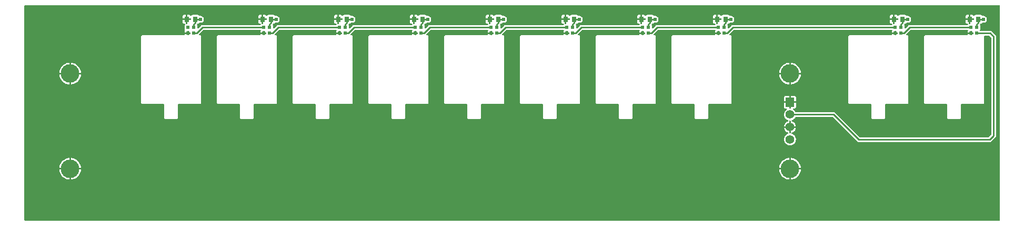
<source format=gtl>
G04 Layer: TopLayer*
G04 EasyEDA v6.5.34, 2023-08-10 19:26:28*
G04 b0001c0d98ad43d6911fc97ed176d0b1,5a6b42c53f6a479593ecc07194224c93,10*
G04 Gerber Generator version 0.2*
G04 Scale: 100 percent, Rotated: No, Reflected: No *
G04 Dimensions in millimeters *
G04 leading zeros omitted , absolute positions ,4 integer and 5 decimal *
%FSLAX45Y45*%
%MOMM*%

%AMMACRO1*21,1,$1,$2,0,0,$3*%
%ADD10C,0.2540*%
%ADD11R,0.5500X0.5500*%
%ADD12R,0.8000X0.9000*%
%ADD13C,1.4000*%
%ADD14MACRO1,1.524X1.4X-90.0000*%
%ADD15C,3.0000*%
%ADD16C,0.6200*%
%ADD17C,0.6096*%
%ADD18C,0.0175*%

%LPD*%
G36*
X2068068Y4597908D02*
G01*
X2064156Y4598670D01*
X2060905Y4600905D01*
X2058670Y4604156D01*
X2057907Y4608068D01*
X2057907Y8066531D01*
X2058670Y8070443D01*
X2060905Y8073694D01*
X2064156Y8075930D01*
X2068068Y8076692D01*
X17743932Y8076692D01*
X17747843Y8075930D01*
X17751094Y8073694D01*
X17753330Y8070443D01*
X17754092Y8066531D01*
X17754092Y4608068D01*
X17753330Y4604156D01*
X17751094Y4600905D01*
X17747843Y4598670D01*
X17743932Y4597908D01*
G37*

%LPC*%
G36*
X4601210Y7861300D02*
G01*
X4654397Y7861300D01*
X4654397Y7919516D01*
X4627676Y7919516D01*
X4621377Y7918805D01*
X4615891Y7916875D01*
X4611014Y7913827D01*
X4606899Y7909712D01*
X4603800Y7904835D01*
X4601921Y7899349D01*
X4601210Y7893050D01*
G37*
G36*
X14389100Y5260441D02*
G01*
X14399006Y5261203D01*
X14416786Y5264454D01*
X14434210Y5269484D01*
X14450974Y5276342D01*
X14466925Y5284825D01*
X14481962Y5294934D01*
X14495881Y5306517D01*
X14508530Y5319522D01*
X14519757Y5333695D01*
X14529460Y5348986D01*
X14537588Y5365191D01*
X14543938Y5382158D01*
X14548561Y5399633D01*
X14551355Y5417566D01*
X14551660Y5422950D01*
X14389100Y5422950D01*
G37*
G36*
X2806700Y5260441D02*
G01*
X2816606Y5261203D01*
X2834386Y5264454D01*
X2851810Y5269534D01*
X2868574Y5276342D01*
X2884525Y5284825D01*
X2899562Y5294934D01*
X2913481Y5306568D01*
X2926130Y5319522D01*
X2937357Y5333746D01*
X2947060Y5348986D01*
X2955188Y5365191D01*
X2961538Y5382158D01*
X2966161Y5399684D01*
X2968955Y5417566D01*
X2969260Y5422950D01*
X2806700Y5422950D01*
G37*
G36*
X14389100Y5448350D02*
G01*
X14551660Y5448350D01*
X14551355Y5453735D01*
X14548561Y5471617D01*
X14543938Y5489143D01*
X14537588Y5506059D01*
X14529460Y5522264D01*
X14519757Y5537555D01*
X14508530Y5551728D01*
X14495881Y5564733D01*
X14481962Y5576316D01*
X14466925Y5586425D01*
X14450974Y5594959D01*
X14434210Y5601766D01*
X14416786Y5606796D01*
X14399006Y5610047D01*
X14389100Y5610809D01*
G37*
G36*
X2806700Y5448350D02*
G01*
X2969260Y5448350D01*
X2968955Y5453735D01*
X2966161Y5471617D01*
X2961538Y5489143D01*
X2955188Y5506059D01*
X2947060Y5522264D01*
X2937357Y5537555D01*
X2926130Y5551779D01*
X2913481Y5564733D01*
X2899562Y5576316D01*
X2884525Y5586425D01*
X2868574Y5594959D01*
X2851810Y5601766D01*
X2834386Y5606846D01*
X2816606Y5610098D01*
X2806700Y5610860D01*
G37*
G36*
X14201089Y5448350D02*
G01*
X14363700Y5448350D01*
X14363700Y5611012D01*
X14344853Y5608675D01*
X14327225Y5604510D01*
X14310156Y5598566D01*
X14293748Y5590895D01*
X14278203Y5581548D01*
X14263725Y5570677D01*
X14250416Y5558383D01*
X14238478Y5544769D01*
X14227962Y5530037D01*
X14219072Y5514289D01*
X14211807Y5497677D01*
X14206321Y5480405D01*
X14202613Y5462676D01*
G37*
G36*
X2618689Y5448350D02*
G01*
X2781300Y5448350D01*
X2781300Y5611012D01*
X2762453Y5608675D01*
X2744825Y5604510D01*
X2727756Y5598566D01*
X2711348Y5590895D01*
X2695803Y5581599D01*
X2681325Y5570728D01*
X2668016Y5558434D01*
X2656078Y5544820D01*
X2645562Y5530037D01*
X2636672Y5514289D01*
X2629408Y5497677D01*
X2623921Y5480456D01*
X2620213Y5462727D01*
G37*
G36*
X14376400Y5814415D02*
G01*
X14389455Y5815330D01*
X14402257Y5817971D01*
X14414601Y5822340D01*
X14426234Y5828385D01*
X14436902Y5835904D01*
X14446453Y5844844D01*
X14454733Y5855004D01*
X14461540Y5866180D01*
X14466773Y5878169D01*
X14470278Y5890768D01*
X14472056Y5903772D01*
X14472056Y5916828D01*
X14470278Y5929833D01*
X14466773Y5942431D01*
X14461540Y5954420D01*
X14454733Y5965596D01*
X14446453Y5975756D01*
X14436902Y5984697D01*
X14426234Y5992215D01*
X14414601Y5998260D01*
X14407642Y6000750D01*
X14404086Y6002883D01*
X14401698Y6006236D01*
X14400885Y6010300D01*
X14401698Y6014364D01*
X14404086Y6017717D01*
X14407642Y6019850D01*
X14414601Y6022340D01*
X14426234Y6028385D01*
X14436902Y6035903D01*
X14446453Y6044844D01*
X14454733Y6055004D01*
X14461540Y6066180D01*
X14466773Y6078169D01*
X14470278Y6090767D01*
X14471192Y6097574D01*
X14389100Y6097574D01*
X14389100Y6016193D01*
X14388338Y6012281D01*
X14386102Y6009030D01*
X14382851Y6006795D01*
X14378940Y6006033D01*
X14373860Y6006033D01*
X14369948Y6006795D01*
X14366697Y6009030D01*
X14364462Y6012281D01*
X14363700Y6016193D01*
X14363700Y6097574D01*
X14281607Y6097574D01*
X14282521Y6090767D01*
X14286077Y6078169D01*
X14291259Y6066180D01*
X14298066Y6055004D01*
X14306346Y6044844D01*
X14315897Y6035903D01*
X14326565Y6028385D01*
X14338198Y6022340D01*
X14345157Y6019850D01*
X14348713Y6017717D01*
X14351101Y6014364D01*
X14351914Y6010300D01*
X14351101Y6006236D01*
X14348713Y6002883D01*
X14345157Y6000750D01*
X14338198Y5998260D01*
X14326565Y5992215D01*
X14315897Y5984697D01*
X14306346Y5975756D01*
X14298066Y5965596D01*
X14291259Y5954420D01*
X14286077Y5942431D01*
X14282521Y5929833D01*
X14280743Y5916828D01*
X14280743Y5903772D01*
X14282521Y5890768D01*
X14286077Y5878169D01*
X14291259Y5866180D01*
X14298066Y5855004D01*
X14306346Y5844844D01*
X14315897Y5835904D01*
X14326565Y5828385D01*
X14338198Y5822340D01*
X14350542Y5817971D01*
X14363344Y5815330D01*
G37*
G36*
X15481807Y5866892D02*
G01*
X17588992Y5866892D01*
X17597018Y5867704D01*
X17604232Y5869889D01*
X17610937Y5873445D01*
X17617135Y5878576D01*
X17679924Y5941364D01*
X17685054Y5947562D01*
X17688610Y5954268D01*
X17690795Y5961481D01*
X17691608Y5969508D01*
X17691608Y7568692D01*
X17690795Y7576718D01*
X17688610Y7583931D01*
X17685054Y7590637D01*
X17679924Y7596835D01*
X17626533Y7650225D01*
X17620335Y7655356D01*
X17613630Y7658912D01*
X17606416Y7661097D01*
X17598390Y7661909D01*
X17441011Y7661909D01*
X17436846Y7662824D01*
X17433391Y7665364D01*
X17431308Y7669123D01*
X17430953Y7673441D01*
X17432426Y7677454D01*
X17433747Y7679588D01*
X17435677Y7685074D01*
X17436388Y7691374D01*
X17436388Y7745272D01*
X17435677Y7751572D01*
X17433544Y7757617D01*
X17432985Y7761020D01*
X17433594Y7764424D01*
X17435322Y7767421D01*
X17437658Y7770266D01*
X17438878Y7772603D01*
X17440859Y7775194D01*
X17443551Y7777022D01*
X17446701Y7777886D01*
X17451222Y7778394D01*
X17456708Y7780324D01*
X17461585Y7783372D01*
X17465700Y7787487D01*
X17466513Y7788808D01*
X17469510Y7791856D01*
X17473472Y7793431D01*
X17487900Y7792262D01*
X17497704Y7793126D01*
X17507153Y7795666D01*
X17516094Y7799781D01*
X17524120Y7805420D01*
X17531080Y7812379D01*
X17536718Y7820406D01*
X17540833Y7829346D01*
X17543373Y7838795D01*
X17544237Y7848600D01*
X17543373Y7858404D01*
X17540833Y7867853D01*
X17536718Y7876794D01*
X17531080Y7884820D01*
X17524120Y7891780D01*
X17516094Y7897418D01*
X17507153Y7901533D01*
X17497704Y7904073D01*
X17487900Y7904937D01*
X17477740Y7903972D01*
X17473472Y7903768D01*
X17469510Y7905343D01*
X17466513Y7908391D01*
X17465700Y7909712D01*
X17461585Y7913827D01*
X17456708Y7916875D01*
X17451222Y7918805D01*
X17444923Y7919516D01*
X17366081Y7919516D01*
X17359731Y7918805D01*
X17354296Y7916875D01*
X17349368Y7913827D01*
X17345304Y7909712D01*
X17344085Y7907832D01*
X17341291Y7904886D01*
X17337532Y7903260D01*
X17333468Y7903260D01*
X17329708Y7904886D01*
X17326914Y7907832D01*
X17325695Y7909712D01*
X17321631Y7913827D01*
X17316704Y7916875D01*
X17311268Y7918805D01*
X17304918Y7919516D01*
X17278197Y7919516D01*
X17278197Y7861300D01*
X17329404Y7861300D01*
X17333315Y7860538D01*
X17336617Y7858302D01*
X17338802Y7855051D01*
X17339564Y7851140D01*
X17339564Y7846059D01*
X17338802Y7842148D01*
X17336617Y7838897D01*
X17333315Y7836662D01*
X17329404Y7835900D01*
X17278197Y7835900D01*
X17278197Y7781899D01*
X17277435Y7777988D01*
X17275251Y7774686D01*
X17271949Y7772501D01*
X17268037Y7771739D01*
X17262957Y7771739D01*
X17259096Y7772501D01*
X17255794Y7774686D01*
X17253559Y7777988D01*
X17252797Y7781899D01*
X17252797Y7835900D01*
X17199610Y7835900D01*
X17199610Y7804150D01*
X17200321Y7797850D01*
X17202200Y7792364D01*
X17205299Y7787487D01*
X17209414Y7783372D01*
X17214291Y7780324D01*
X17219777Y7778394D01*
X17226076Y7777683D01*
X17231817Y7777683D01*
X17235982Y7776768D01*
X17239437Y7774228D01*
X17241520Y7770469D01*
X17241875Y7766151D01*
X17240097Y7761681D01*
X17237862Y7759141D01*
X17234865Y7757464D01*
X17231512Y7756906D01*
X16304006Y7756906D01*
X16295979Y7756093D01*
X16288766Y7753908D01*
X16282060Y7750352D01*
X16275862Y7745222D01*
X16234562Y7703921D01*
X16231260Y7701737D01*
X16227348Y7700975D01*
X16223488Y7701737D01*
X16220186Y7703921D01*
X16217950Y7707223D01*
X16217188Y7711135D01*
X16217188Y7745272D01*
X16216477Y7751572D01*
X16214344Y7757617D01*
X16213785Y7761020D01*
X16214394Y7764424D01*
X16216122Y7767421D01*
X16218458Y7770266D01*
X16219678Y7772603D01*
X16221659Y7775194D01*
X16224351Y7777022D01*
X16227501Y7777886D01*
X16232022Y7778394D01*
X16237508Y7780324D01*
X16242385Y7783372D01*
X16246500Y7787487D01*
X16247313Y7788808D01*
X16250310Y7791856D01*
X16254272Y7793431D01*
X16268700Y7792262D01*
X16278504Y7793126D01*
X16287953Y7795666D01*
X16296894Y7799781D01*
X16304920Y7805420D01*
X16311880Y7812379D01*
X16317518Y7820406D01*
X16321633Y7829346D01*
X16324173Y7838795D01*
X16325037Y7848600D01*
X16324173Y7858404D01*
X16321633Y7867853D01*
X16317518Y7876794D01*
X16311880Y7884820D01*
X16304920Y7891780D01*
X16296894Y7897418D01*
X16287953Y7901533D01*
X16278504Y7904073D01*
X16268700Y7904937D01*
X16258540Y7903972D01*
X16254272Y7903768D01*
X16250310Y7905343D01*
X16247313Y7908391D01*
X16246500Y7909712D01*
X16242385Y7913827D01*
X16237508Y7916875D01*
X16232022Y7918805D01*
X16225723Y7919516D01*
X16146881Y7919516D01*
X16140531Y7918805D01*
X16135096Y7916875D01*
X16130168Y7913827D01*
X16126104Y7909712D01*
X16124885Y7907832D01*
X16122091Y7904886D01*
X16118332Y7903260D01*
X16114268Y7903260D01*
X16110508Y7904886D01*
X16107714Y7907832D01*
X16106495Y7909712D01*
X16102431Y7913827D01*
X16097504Y7916875D01*
X16092068Y7918805D01*
X16085718Y7919516D01*
X16058997Y7919516D01*
X16058997Y7861300D01*
X16110204Y7861300D01*
X16114115Y7860538D01*
X16117417Y7858302D01*
X16119601Y7855051D01*
X16120363Y7851140D01*
X16120363Y7846059D01*
X16119601Y7842148D01*
X16117417Y7838897D01*
X16114115Y7836662D01*
X16110204Y7835900D01*
X16058997Y7835900D01*
X16058997Y7781899D01*
X16058235Y7777988D01*
X16056051Y7774686D01*
X16052749Y7772501D01*
X16048837Y7771739D01*
X16043757Y7771739D01*
X16039896Y7772501D01*
X16036594Y7774686D01*
X16034359Y7777988D01*
X16033597Y7781899D01*
X16033597Y7835900D01*
X15980410Y7835900D01*
X15980410Y7804150D01*
X15981121Y7797850D01*
X15983000Y7792364D01*
X15986099Y7787487D01*
X15990214Y7783372D01*
X15995091Y7780324D01*
X16000577Y7778394D01*
X16006876Y7777683D01*
X16012617Y7777683D01*
X16016782Y7776768D01*
X16020237Y7774228D01*
X16022319Y7770469D01*
X16022675Y7766151D01*
X16020897Y7761630D01*
X16018662Y7759141D01*
X16015665Y7757464D01*
X16012312Y7756906D01*
X13458951Y7756652D01*
X13450925Y7755839D01*
X13443712Y7753654D01*
X13437006Y7750098D01*
X13430808Y7744968D01*
X13389762Y7703921D01*
X13386460Y7701737D01*
X13382548Y7700975D01*
X13378688Y7701737D01*
X13375386Y7703921D01*
X13373150Y7707223D01*
X13372388Y7711135D01*
X13372388Y7745272D01*
X13371677Y7751572D01*
X13369544Y7757617D01*
X13368985Y7761020D01*
X13369594Y7764424D01*
X13371322Y7767421D01*
X13373658Y7770266D01*
X13374878Y7772603D01*
X13376859Y7775194D01*
X13379551Y7777022D01*
X13382701Y7777886D01*
X13387222Y7778394D01*
X13392708Y7780324D01*
X13397585Y7783372D01*
X13401700Y7787487D01*
X13402513Y7788808D01*
X13405510Y7791856D01*
X13409472Y7793431D01*
X13423900Y7792262D01*
X13433704Y7793126D01*
X13443153Y7795666D01*
X13452094Y7799781D01*
X13460120Y7805420D01*
X13467080Y7812379D01*
X13472718Y7820406D01*
X13476833Y7829346D01*
X13479373Y7838795D01*
X13480237Y7848600D01*
X13479373Y7858404D01*
X13476833Y7867853D01*
X13472718Y7876794D01*
X13467080Y7884820D01*
X13460120Y7891780D01*
X13452094Y7897418D01*
X13443153Y7901533D01*
X13433704Y7904073D01*
X13423900Y7904937D01*
X13413740Y7903972D01*
X13409472Y7903768D01*
X13405510Y7905343D01*
X13402513Y7908391D01*
X13401700Y7909712D01*
X13397585Y7913827D01*
X13392708Y7916875D01*
X13387222Y7918805D01*
X13380923Y7919516D01*
X13302081Y7919516D01*
X13295731Y7918805D01*
X13290296Y7916875D01*
X13285368Y7913827D01*
X13281304Y7909712D01*
X13280085Y7907832D01*
X13277291Y7904886D01*
X13273532Y7903260D01*
X13269468Y7903260D01*
X13265708Y7904886D01*
X13262914Y7907832D01*
X13261695Y7909712D01*
X13257631Y7913827D01*
X13252704Y7916875D01*
X13247268Y7918805D01*
X13240918Y7919516D01*
X13214197Y7919516D01*
X13214197Y7861300D01*
X13265404Y7861300D01*
X13269315Y7860538D01*
X13272617Y7858302D01*
X13274801Y7855051D01*
X13275563Y7851140D01*
X13275563Y7846059D01*
X13274801Y7842148D01*
X13272617Y7838897D01*
X13269315Y7836662D01*
X13265404Y7835900D01*
X13214197Y7835900D01*
X13214197Y7781899D01*
X13213435Y7777988D01*
X13211251Y7774686D01*
X13207949Y7772501D01*
X13204037Y7771739D01*
X13198957Y7771739D01*
X13195096Y7772501D01*
X13191794Y7774686D01*
X13189559Y7777988D01*
X13188797Y7781899D01*
X13188797Y7835900D01*
X13135610Y7835900D01*
X13135610Y7804150D01*
X13136321Y7797850D01*
X13138200Y7792364D01*
X13141299Y7787487D01*
X13145414Y7783372D01*
X13150291Y7780324D01*
X13155777Y7778394D01*
X13162076Y7777683D01*
X13167817Y7777683D01*
X13171982Y7776768D01*
X13175437Y7774228D01*
X13177519Y7770469D01*
X13177875Y7766151D01*
X13176097Y7761681D01*
X13173862Y7759141D01*
X13170865Y7757464D01*
X13167512Y7756906D01*
X12240006Y7756906D01*
X12231979Y7756093D01*
X12224766Y7753908D01*
X12218060Y7750352D01*
X12211862Y7745222D01*
X12170562Y7703921D01*
X12167260Y7701737D01*
X12163348Y7700975D01*
X12159488Y7701737D01*
X12156186Y7703921D01*
X12153950Y7707223D01*
X12153188Y7711135D01*
X12153188Y7745272D01*
X12152477Y7751572D01*
X12150344Y7757617D01*
X12149785Y7761020D01*
X12150394Y7764424D01*
X12152122Y7767421D01*
X12154458Y7770266D01*
X12155678Y7772603D01*
X12157659Y7775194D01*
X12160351Y7777022D01*
X12163501Y7777886D01*
X12168022Y7778394D01*
X12173508Y7780324D01*
X12178385Y7783372D01*
X12182500Y7787487D01*
X12183313Y7788808D01*
X12186310Y7791856D01*
X12190272Y7793431D01*
X12204700Y7792262D01*
X12214504Y7793126D01*
X12223953Y7795666D01*
X12232894Y7799781D01*
X12240920Y7805420D01*
X12247880Y7812379D01*
X12253518Y7820406D01*
X12257633Y7829346D01*
X12260173Y7838795D01*
X12261037Y7848600D01*
X12260173Y7858404D01*
X12257633Y7867853D01*
X12253518Y7876794D01*
X12247880Y7884820D01*
X12240920Y7891780D01*
X12232894Y7897418D01*
X12223953Y7901533D01*
X12214504Y7904073D01*
X12204700Y7904937D01*
X12194540Y7903972D01*
X12190272Y7903768D01*
X12186310Y7905343D01*
X12183313Y7908391D01*
X12182500Y7909712D01*
X12178385Y7913827D01*
X12173508Y7916875D01*
X12168022Y7918805D01*
X12161723Y7919516D01*
X12082881Y7919516D01*
X12076531Y7918805D01*
X12071096Y7916875D01*
X12066168Y7913827D01*
X12062104Y7909712D01*
X12060885Y7907832D01*
X12058091Y7904886D01*
X12054332Y7903260D01*
X12050268Y7903260D01*
X12046508Y7904886D01*
X12043714Y7907832D01*
X12042495Y7909712D01*
X12038431Y7913827D01*
X12033504Y7916875D01*
X12028068Y7918805D01*
X12021718Y7919516D01*
X11994997Y7919516D01*
X11994997Y7861300D01*
X12046204Y7861300D01*
X12050115Y7860538D01*
X12053417Y7858302D01*
X12055602Y7855051D01*
X12056364Y7851140D01*
X12056364Y7846059D01*
X12055602Y7842148D01*
X12053417Y7838897D01*
X12050115Y7836662D01*
X12046204Y7835900D01*
X11994997Y7835900D01*
X11994997Y7781899D01*
X11994235Y7777988D01*
X11992051Y7774686D01*
X11988749Y7772501D01*
X11984837Y7771739D01*
X11979757Y7771739D01*
X11975896Y7772501D01*
X11972594Y7774686D01*
X11970359Y7777988D01*
X11969597Y7781899D01*
X11969597Y7835900D01*
X11916410Y7835900D01*
X11916410Y7804150D01*
X11917121Y7797850D01*
X11919000Y7792364D01*
X11922099Y7787487D01*
X11926214Y7783372D01*
X11931091Y7780324D01*
X11936577Y7778394D01*
X11942876Y7777683D01*
X11948617Y7777683D01*
X11952782Y7776768D01*
X11956237Y7774228D01*
X11958320Y7770469D01*
X11958675Y7766151D01*
X11956897Y7761681D01*
X11954662Y7759141D01*
X11951665Y7757464D01*
X11948312Y7756906D01*
X11020806Y7756906D01*
X11012779Y7756093D01*
X11005566Y7753908D01*
X10998860Y7750352D01*
X10992662Y7745222D01*
X10951362Y7703921D01*
X10948060Y7701737D01*
X10944148Y7700975D01*
X10940288Y7701737D01*
X10936986Y7703921D01*
X10934750Y7707223D01*
X10933988Y7711135D01*
X10933988Y7745272D01*
X10933277Y7751572D01*
X10931144Y7757617D01*
X10930585Y7761020D01*
X10931194Y7764424D01*
X10932922Y7767421D01*
X10935258Y7770266D01*
X10936478Y7772603D01*
X10938459Y7775194D01*
X10941151Y7777022D01*
X10944301Y7777886D01*
X10948822Y7778394D01*
X10954308Y7780324D01*
X10959185Y7783372D01*
X10963300Y7787487D01*
X10964113Y7788808D01*
X10967110Y7791856D01*
X10971072Y7793431D01*
X10985500Y7792262D01*
X10995304Y7793126D01*
X11004753Y7795666D01*
X11013694Y7799781D01*
X11021720Y7805420D01*
X11028680Y7812379D01*
X11034318Y7820406D01*
X11038433Y7829346D01*
X11040973Y7838795D01*
X11041837Y7848600D01*
X11040973Y7858404D01*
X11038433Y7867853D01*
X11034318Y7876794D01*
X11028680Y7884820D01*
X11021720Y7891780D01*
X11013694Y7897418D01*
X11004753Y7901533D01*
X10995304Y7904073D01*
X10985500Y7904937D01*
X10975340Y7903972D01*
X10971072Y7903768D01*
X10967110Y7905343D01*
X10964113Y7908391D01*
X10963300Y7909712D01*
X10959185Y7913827D01*
X10954308Y7916875D01*
X10948822Y7918805D01*
X10942523Y7919516D01*
X10863681Y7919516D01*
X10857331Y7918805D01*
X10851896Y7916875D01*
X10846968Y7913827D01*
X10842904Y7909712D01*
X10841685Y7907832D01*
X10838891Y7904886D01*
X10835132Y7903260D01*
X10831068Y7903260D01*
X10827308Y7904886D01*
X10824514Y7907832D01*
X10823295Y7909712D01*
X10819231Y7913827D01*
X10814304Y7916875D01*
X10808868Y7918805D01*
X10802518Y7919516D01*
X10775797Y7919516D01*
X10775797Y7861300D01*
X10827004Y7861300D01*
X10830915Y7860538D01*
X10834217Y7858302D01*
X10836402Y7855051D01*
X10837164Y7851140D01*
X10837164Y7846059D01*
X10836402Y7842148D01*
X10834217Y7838897D01*
X10830915Y7836662D01*
X10827004Y7835900D01*
X10775797Y7835900D01*
X10775797Y7781899D01*
X10775035Y7777988D01*
X10772851Y7774686D01*
X10769549Y7772501D01*
X10765637Y7771739D01*
X10760557Y7771739D01*
X10756696Y7772501D01*
X10753394Y7774686D01*
X10751159Y7777988D01*
X10750397Y7781899D01*
X10750397Y7835900D01*
X10697210Y7835900D01*
X10697210Y7804150D01*
X10697921Y7797850D01*
X10699800Y7792364D01*
X10702899Y7787487D01*
X10707014Y7783372D01*
X10711891Y7780324D01*
X10717377Y7778394D01*
X10723676Y7777683D01*
X10729417Y7777683D01*
X10733582Y7776768D01*
X10737037Y7774228D01*
X10739120Y7770469D01*
X10739475Y7766151D01*
X10737697Y7761681D01*
X10735462Y7759141D01*
X10732465Y7757464D01*
X10729112Y7756906D01*
X9801606Y7756906D01*
X9793579Y7756093D01*
X9786366Y7753908D01*
X9779660Y7750352D01*
X9773462Y7745222D01*
X9732162Y7703921D01*
X9728860Y7701737D01*
X9724948Y7700975D01*
X9721088Y7701737D01*
X9717786Y7703921D01*
X9715550Y7707223D01*
X9714788Y7711135D01*
X9714788Y7745272D01*
X9714077Y7751572D01*
X9711944Y7757617D01*
X9711385Y7761020D01*
X9711994Y7764424D01*
X9713722Y7767421D01*
X9716058Y7770266D01*
X9717278Y7772603D01*
X9719259Y7775194D01*
X9721951Y7777022D01*
X9725101Y7777886D01*
X9729622Y7778394D01*
X9735108Y7780324D01*
X9739985Y7783372D01*
X9744100Y7787487D01*
X9744913Y7788808D01*
X9747910Y7791856D01*
X9751872Y7793431D01*
X9766300Y7792262D01*
X9776104Y7793126D01*
X9785553Y7795666D01*
X9794494Y7799781D01*
X9802520Y7805420D01*
X9809480Y7812379D01*
X9815118Y7820406D01*
X9819233Y7829346D01*
X9821773Y7838795D01*
X9822637Y7848600D01*
X9821773Y7858404D01*
X9819233Y7867853D01*
X9815118Y7876794D01*
X9809480Y7884820D01*
X9802520Y7891780D01*
X9794494Y7897418D01*
X9785553Y7901533D01*
X9776104Y7904073D01*
X9766300Y7904937D01*
X9756140Y7903972D01*
X9751872Y7903768D01*
X9747910Y7905343D01*
X9744913Y7908391D01*
X9744100Y7909712D01*
X9739985Y7913827D01*
X9735108Y7916875D01*
X9729622Y7918805D01*
X9723323Y7919516D01*
X9644481Y7919516D01*
X9638131Y7918805D01*
X9632696Y7916875D01*
X9627768Y7913827D01*
X9623704Y7909712D01*
X9622485Y7907832D01*
X9619691Y7904886D01*
X9615932Y7903260D01*
X9611868Y7903260D01*
X9608108Y7904886D01*
X9605314Y7907832D01*
X9604095Y7909712D01*
X9600031Y7913827D01*
X9595104Y7916875D01*
X9589668Y7918805D01*
X9583318Y7919516D01*
X9556597Y7919516D01*
X9556597Y7861300D01*
X9607804Y7861300D01*
X9611715Y7860538D01*
X9615017Y7858302D01*
X9617202Y7855051D01*
X9617964Y7851140D01*
X9617964Y7846059D01*
X9617202Y7842148D01*
X9615017Y7838897D01*
X9611715Y7836662D01*
X9607804Y7835900D01*
X9556597Y7835900D01*
X9556597Y7781899D01*
X9555835Y7777988D01*
X9553651Y7774686D01*
X9550349Y7772501D01*
X9546437Y7771739D01*
X9541357Y7771739D01*
X9537496Y7772501D01*
X9534194Y7774686D01*
X9531959Y7777988D01*
X9531197Y7781899D01*
X9531197Y7835900D01*
X9478010Y7835900D01*
X9478010Y7804150D01*
X9478721Y7797850D01*
X9480600Y7792364D01*
X9483699Y7787487D01*
X9487814Y7783372D01*
X9492691Y7780324D01*
X9498177Y7778394D01*
X9504476Y7777683D01*
X9510217Y7777683D01*
X9514382Y7776768D01*
X9517837Y7774228D01*
X9519920Y7770469D01*
X9520275Y7766151D01*
X9518497Y7761681D01*
X9516262Y7759141D01*
X9513265Y7757464D01*
X9509912Y7756906D01*
X8582406Y7756906D01*
X8574379Y7756093D01*
X8567166Y7753908D01*
X8560460Y7750352D01*
X8554262Y7745222D01*
X8512962Y7703921D01*
X8509660Y7701737D01*
X8505748Y7700975D01*
X8501888Y7701737D01*
X8498586Y7703921D01*
X8496350Y7707223D01*
X8495588Y7711135D01*
X8495588Y7745272D01*
X8494877Y7751572D01*
X8492744Y7757617D01*
X8492185Y7761020D01*
X8492794Y7764424D01*
X8494522Y7767421D01*
X8496858Y7770266D01*
X8498078Y7772603D01*
X8500059Y7775194D01*
X8502751Y7777022D01*
X8505901Y7777886D01*
X8510422Y7778394D01*
X8515908Y7780324D01*
X8520785Y7783372D01*
X8524900Y7787487D01*
X8525713Y7788808D01*
X8528710Y7791856D01*
X8532672Y7793431D01*
X8547100Y7792262D01*
X8556904Y7793126D01*
X8566353Y7795666D01*
X8575294Y7799781D01*
X8583320Y7805420D01*
X8590280Y7812379D01*
X8595918Y7820406D01*
X8600033Y7829346D01*
X8602573Y7838795D01*
X8603437Y7848600D01*
X8602573Y7858404D01*
X8600033Y7867853D01*
X8595918Y7876794D01*
X8590280Y7884820D01*
X8583320Y7891780D01*
X8575294Y7897418D01*
X8566353Y7901533D01*
X8556904Y7904073D01*
X8547100Y7904937D01*
X8536940Y7903972D01*
X8532672Y7903768D01*
X8528710Y7905343D01*
X8525713Y7908391D01*
X8524900Y7909712D01*
X8520785Y7913827D01*
X8515908Y7916875D01*
X8510422Y7918805D01*
X8504123Y7919516D01*
X8425281Y7919516D01*
X8418931Y7918805D01*
X8413496Y7916875D01*
X8408568Y7913827D01*
X8404504Y7909712D01*
X8403285Y7907832D01*
X8400491Y7904886D01*
X8396732Y7903260D01*
X8392668Y7903260D01*
X8388908Y7904886D01*
X8386114Y7907832D01*
X8384895Y7909712D01*
X8380831Y7913827D01*
X8375903Y7916875D01*
X8370468Y7918805D01*
X8364118Y7919516D01*
X8337397Y7919516D01*
X8337397Y7861300D01*
X8388603Y7861300D01*
X8392515Y7860538D01*
X8395817Y7858302D01*
X8398002Y7855051D01*
X8398764Y7851140D01*
X8398764Y7846059D01*
X8398002Y7842148D01*
X8395817Y7838897D01*
X8392515Y7836662D01*
X8388603Y7835900D01*
X8337397Y7835900D01*
X8337397Y7781899D01*
X8336635Y7777988D01*
X8334451Y7774686D01*
X8331149Y7772501D01*
X8327237Y7771739D01*
X8322157Y7771739D01*
X8318296Y7772501D01*
X8314994Y7774686D01*
X8312759Y7777988D01*
X8311997Y7781899D01*
X8311997Y7835900D01*
X8258809Y7835900D01*
X8258809Y7804150D01*
X8259521Y7797850D01*
X8261400Y7792364D01*
X8264499Y7787487D01*
X8268614Y7783372D01*
X8273491Y7780324D01*
X8278977Y7778394D01*
X8285276Y7777683D01*
X8291017Y7777683D01*
X8295182Y7776768D01*
X8298637Y7774228D01*
X8300720Y7770469D01*
X8301075Y7766151D01*
X8299297Y7761681D01*
X8297062Y7759141D01*
X8294065Y7757464D01*
X8290712Y7756906D01*
X7363206Y7756906D01*
X7355179Y7756093D01*
X7347966Y7753908D01*
X7341260Y7750352D01*
X7335062Y7745222D01*
X7293762Y7703921D01*
X7290460Y7701737D01*
X7286548Y7700975D01*
X7282688Y7701737D01*
X7279386Y7703921D01*
X7277150Y7707223D01*
X7276388Y7711135D01*
X7276388Y7745272D01*
X7275677Y7751572D01*
X7273544Y7757617D01*
X7272985Y7761020D01*
X7273594Y7764424D01*
X7275322Y7767421D01*
X7277658Y7770266D01*
X7278878Y7772603D01*
X7280859Y7775194D01*
X7283551Y7777022D01*
X7286701Y7777886D01*
X7291222Y7778394D01*
X7296708Y7780324D01*
X7301585Y7783372D01*
X7305700Y7787487D01*
X7306513Y7788808D01*
X7309510Y7791856D01*
X7313472Y7793431D01*
X7327900Y7792262D01*
X7337704Y7793126D01*
X7347153Y7795666D01*
X7356094Y7799781D01*
X7364120Y7805420D01*
X7371080Y7812379D01*
X7376718Y7820406D01*
X7380833Y7829346D01*
X7383373Y7838795D01*
X7384237Y7848600D01*
X7383373Y7858404D01*
X7380833Y7867853D01*
X7376718Y7876794D01*
X7371080Y7884820D01*
X7364120Y7891780D01*
X7356094Y7897418D01*
X7347153Y7901533D01*
X7337704Y7904073D01*
X7327900Y7904937D01*
X7317740Y7903972D01*
X7313472Y7903768D01*
X7309510Y7905343D01*
X7306513Y7908391D01*
X7305700Y7909712D01*
X7301585Y7913827D01*
X7296708Y7916875D01*
X7291222Y7918805D01*
X7284923Y7919516D01*
X7206081Y7919516D01*
X7199731Y7918805D01*
X7194296Y7916875D01*
X7189368Y7913827D01*
X7185304Y7909712D01*
X7184085Y7907832D01*
X7181291Y7904886D01*
X7177531Y7903260D01*
X7173468Y7903260D01*
X7169708Y7904886D01*
X7166914Y7907832D01*
X7165695Y7909712D01*
X7161631Y7913827D01*
X7156703Y7916875D01*
X7151268Y7918805D01*
X7144918Y7919516D01*
X7118197Y7919516D01*
X7118197Y7861300D01*
X7169403Y7861300D01*
X7173315Y7860538D01*
X7176617Y7858302D01*
X7178802Y7855051D01*
X7179564Y7851140D01*
X7179564Y7846059D01*
X7178802Y7842148D01*
X7176617Y7838897D01*
X7173315Y7836662D01*
X7169403Y7835900D01*
X7118197Y7835900D01*
X7118197Y7781899D01*
X7117435Y7777988D01*
X7115251Y7774686D01*
X7111949Y7772501D01*
X7108037Y7771739D01*
X7102957Y7771739D01*
X7099096Y7772501D01*
X7095794Y7774686D01*
X7093559Y7777988D01*
X7092797Y7781899D01*
X7092797Y7835900D01*
X7039609Y7835900D01*
X7039609Y7804150D01*
X7040321Y7797850D01*
X7042200Y7792364D01*
X7045299Y7787487D01*
X7049414Y7783372D01*
X7054291Y7780324D01*
X7059777Y7778394D01*
X7066076Y7777683D01*
X7071817Y7777683D01*
X7075982Y7776768D01*
X7079437Y7774228D01*
X7081520Y7770469D01*
X7081875Y7766151D01*
X7080097Y7761681D01*
X7077862Y7759141D01*
X7074865Y7757464D01*
X7071512Y7756906D01*
X6144006Y7756906D01*
X6135979Y7756093D01*
X6128766Y7753908D01*
X6122060Y7750352D01*
X6115862Y7745222D01*
X6074562Y7703921D01*
X6071260Y7701737D01*
X6067348Y7700975D01*
X6063488Y7701737D01*
X6060186Y7703921D01*
X6057950Y7707223D01*
X6057188Y7711135D01*
X6057188Y7745272D01*
X6056477Y7751572D01*
X6054344Y7757617D01*
X6053785Y7761020D01*
X6054394Y7764424D01*
X6056122Y7767421D01*
X6058458Y7770266D01*
X6059678Y7772603D01*
X6061659Y7775194D01*
X6064351Y7777022D01*
X6067501Y7777886D01*
X6072022Y7778394D01*
X6077508Y7780324D01*
X6082385Y7783372D01*
X6086500Y7787487D01*
X6087313Y7788808D01*
X6090310Y7791856D01*
X6094272Y7793431D01*
X6108700Y7792262D01*
X6118504Y7793126D01*
X6127953Y7795666D01*
X6136894Y7799781D01*
X6144920Y7805420D01*
X6151880Y7812379D01*
X6157518Y7820406D01*
X6161633Y7829346D01*
X6164173Y7838795D01*
X6165037Y7848600D01*
X6164173Y7858404D01*
X6161633Y7867853D01*
X6157518Y7876794D01*
X6151880Y7884820D01*
X6144920Y7891780D01*
X6136894Y7897418D01*
X6127953Y7901533D01*
X6118504Y7904073D01*
X6108700Y7904937D01*
X6098540Y7903972D01*
X6094272Y7903768D01*
X6090310Y7905343D01*
X6087313Y7908391D01*
X6086500Y7909712D01*
X6082385Y7913827D01*
X6077508Y7916875D01*
X6072022Y7918805D01*
X6065723Y7919516D01*
X5986881Y7919516D01*
X5980531Y7918805D01*
X5975096Y7916875D01*
X5970168Y7913827D01*
X5966104Y7909712D01*
X5964885Y7907832D01*
X5962091Y7904886D01*
X5958332Y7903260D01*
X5954268Y7903260D01*
X5950508Y7904886D01*
X5947714Y7907832D01*
X5946495Y7909712D01*
X5942431Y7913827D01*
X5937504Y7916875D01*
X5932068Y7918805D01*
X5925718Y7919516D01*
X5898997Y7919516D01*
X5898997Y7861300D01*
X5950204Y7861300D01*
X5954115Y7860538D01*
X5957417Y7858302D01*
X5959602Y7855051D01*
X5960364Y7851140D01*
X5960364Y7846059D01*
X5959602Y7842148D01*
X5957417Y7838897D01*
X5954115Y7836662D01*
X5950204Y7835900D01*
X5898997Y7835900D01*
X5898997Y7781899D01*
X5898235Y7777988D01*
X5896051Y7774686D01*
X5892749Y7772501D01*
X5888837Y7771739D01*
X5883757Y7771739D01*
X5879896Y7772501D01*
X5876594Y7774686D01*
X5874359Y7777988D01*
X5873597Y7781899D01*
X5873597Y7835900D01*
X5820410Y7835900D01*
X5820410Y7804150D01*
X5821121Y7797850D01*
X5823000Y7792364D01*
X5826099Y7787487D01*
X5830214Y7783372D01*
X5835091Y7780324D01*
X5840577Y7778394D01*
X5846876Y7777683D01*
X5852617Y7777683D01*
X5856782Y7776768D01*
X5860237Y7774228D01*
X5862320Y7770469D01*
X5862675Y7766151D01*
X5860897Y7761681D01*
X5858662Y7759141D01*
X5855665Y7757464D01*
X5852312Y7756906D01*
X4924806Y7756906D01*
X4916779Y7756093D01*
X4909566Y7753908D01*
X4902860Y7750352D01*
X4896662Y7745222D01*
X4855362Y7703921D01*
X4852060Y7701737D01*
X4848148Y7700975D01*
X4844288Y7701737D01*
X4840986Y7703921D01*
X4838750Y7707223D01*
X4837988Y7711135D01*
X4837988Y7745272D01*
X4837277Y7751572D01*
X4835144Y7757617D01*
X4834585Y7761020D01*
X4835194Y7764424D01*
X4836922Y7767421D01*
X4839258Y7770266D01*
X4840478Y7772603D01*
X4842459Y7775194D01*
X4845151Y7777022D01*
X4848301Y7777886D01*
X4852822Y7778394D01*
X4858308Y7780324D01*
X4863185Y7783372D01*
X4867300Y7787487D01*
X4868113Y7788808D01*
X4871110Y7791856D01*
X4875072Y7793431D01*
X4889500Y7792262D01*
X4899304Y7793126D01*
X4908753Y7795666D01*
X4917694Y7799781D01*
X4925720Y7805420D01*
X4932680Y7812379D01*
X4938318Y7820406D01*
X4942433Y7829346D01*
X4944973Y7838795D01*
X4945837Y7848600D01*
X4944973Y7858404D01*
X4942433Y7867853D01*
X4938318Y7876794D01*
X4932680Y7884820D01*
X4925720Y7891780D01*
X4917694Y7897418D01*
X4908753Y7901533D01*
X4899304Y7904073D01*
X4889500Y7904937D01*
X4879340Y7903972D01*
X4875072Y7903768D01*
X4871110Y7905343D01*
X4868113Y7908391D01*
X4867300Y7909712D01*
X4863185Y7913827D01*
X4858308Y7916875D01*
X4852822Y7918805D01*
X4846523Y7919516D01*
X4767681Y7919516D01*
X4761331Y7918805D01*
X4755896Y7916875D01*
X4750968Y7913827D01*
X4746904Y7909712D01*
X4745685Y7907832D01*
X4742891Y7904886D01*
X4739132Y7903260D01*
X4735068Y7903260D01*
X4731308Y7904886D01*
X4728514Y7907832D01*
X4727295Y7909712D01*
X4723231Y7913827D01*
X4718304Y7916875D01*
X4712868Y7918805D01*
X4706518Y7919516D01*
X4679797Y7919516D01*
X4679797Y7861300D01*
X4731004Y7861300D01*
X4734915Y7860538D01*
X4738217Y7858302D01*
X4740402Y7855051D01*
X4741164Y7851140D01*
X4741164Y7846059D01*
X4740402Y7842148D01*
X4738217Y7838897D01*
X4734915Y7836662D01*
X4731004Y7835900D01*
X4679797Y7835900D01*
X4679797Y7781899D01*
X4679035Y7777988D01*
X4676851Y7774686D01*
X4673549Y7772501D01*
X4669637Y7771739D01*
X4664557Y7771739D01*
X4660696Y7772501D01*
X4657394Y7774686D01*
X4655159Y7777988D01*
X4654397Y7781899D01*
X4654397Y7835900D01*
X4601210Y7835900D01*
X4601210Y7804150D01*
X4601921Y7797850D01*
X4603800Y7792364D01*
X4606899Y7787487D01*
X4611014Y7783372D01*
X4615891Y7780324D01*
X4621377Y7778394D01*
X4627676Y7777683D01*
X4633417Y7777683D01*
X4637582Y7776768D01*
X4641037Y7774228D01*
X4643120Y7770469D01*
X4643475Y7766151D01*
X4642002Y7762138D01*
X4638802Y7757058D01*
X4636871Y7751572D01*
X4636160Y7745272D01*
X4636160Y7691374D01*
X4636871Y7685074D01*
X4638802Y7679588D01*
X4640935Y7676235D01*
X4642307Y7672730D01*
X4642307Y7668920D01*
X4640935Y7665415D01*
X4638802Y7662062D01*
X4636871Y7656575D01*
X4636160Y7650276D01*
X4636160Y7636052D01*
X4676902Y7636052D01*
X4676902Y7654747D01*
X4677664Y7658658D01*
X4679848Y7661960D01*
X4683150Y7664145D01*
X4687062Y7664907D01*
X4692142Y7664907D01*
X4696002Y7664145D01*
X4699304Y7661960D01*
X4701540Y7658658D01*
X4702302Y7654747D01*
X4702302Y7636052D01*
X4720996Y7636052D01*
X4724908Y7635240D01*
X4728210Y7633055D01*
X4730394Y7629753D01*
X4731156Y7625892D01*
X4731156Y7620812D01*
X4730394Y7616901D01*
X4728210Y7613599D01*
X4724908Y7611414D01*
X4720996Y7610652D01*
X4702302Y7610652D01*
X4702302Y7602067D01*
X4701540Y7598206D01*
X4699304Y7594904D01*
X4696002Y7592720D01*
X4692142Y7591907D01*
X4687062Y7591907D01*
X4683150Y7592720D01*
X4679848Y7594904D01*
X4677664Y7598206D01*
X4676902Y7602067D01*
X4676902Y7610652D01*
X4636160Y7610652D01*
X4636160Y7602067D01*
X4635398Y7598206D01*
X4633214Y7594904D01*
X4629912Y7592720D01*
X4626000Y7591907D01*
X3962958Y7591907D01*
X3956659Y7591196D01*
X3951173Y7589316D01*
X3946296Y7586218D01*
X3942181Y7582153D01*
X3939133Y7577226D01*
X3937203Y7571790D01*
X3936492Y7565440D01*
X3936492Y6506159D01*
X3937203Y6499809D01*
X3939133Y6494373D01*
X3942181Y6489446D01*
X3946296Y6485382D01*
X3951173Y6482283D01*
X3956659Y6480403D01*
X3962958Y6479641D01*
X4294632Y6479641D01*
X4298543Y6478879D01*
X4301794Y6476695D01*
X4304030Y6473393D01*
X4304792Y6469481D01*
X4304792Y6264859D01*
X4305503Y6258509D01*
X4307433Y6253073D01*
X4310481Y6248146D01*
X4314596Y6244082D01*
X4319473Y6240983D01*
X4324959Y6239103D01*
X4331258Y6238341D01*
X4501591Y6238341D01*
X4507890Y6239103D01*
X4513376Y6240983D01*
X4518253Y6244082D01*
X4522368Y6248146D01*
X4525416Y6253073D01*
X4527346Y6258509D01*
X4528058Y6264859D01*
X4528058Y6469481D01*
X4528820Y6473393D01*
X4531055Y6476695D01*
X4534306Y6478879D01*
X4538218Y6479641D01*
X4876241Y6479641D01*
X4882540Y6480403D01*
X4888026Y6482283D01*
X4892903Y6485382D01*
X4897018Y6489446D01*
X4900066Y6494373D01*
X4901996Y6499809D01*
X4902708Y6506159D01*
X4902708Y7565440D01*
X4901996Y7571790D01*
X4900066Y7577226D01*
X4897018Y7582153D01*
X4892903Y7586218D01*
X4888026Y7589316D01*
X4882540Y7591196D01*
X4875885Y7591958D01*
X4872278Y7593075D01*
X4869332Y7595463D01*
X4867452Y7598714D01*
X4866894Y7602423D01*
X4867706Y7606131D01*
X4869840Y7609230D01*
X4937302Y7676692D01*
X4940604Y7678928D01*
X4944516Y7679690D01*
X5850686Y7679690D01*
X5854903Y7678775D01*
X5858357Y7676235D01*
X5860440Y7672476D01*
X5860796Y7668158D01*
X5859322Y7664145D01*
X5858002Y7662062D01*
X5856071Y7656575D01*
X5855360Y7650276D01*
X5855360Y7636052D01*
X5896102Y7636052D01*
X5896102Y7654747D01*
X5896864Y7658658D01*
X5899048Y7661960D01*
X5902350Y7664145D01*
X5906262Y7664907D01*
X5911342Y7664907D01*
X5915202Y7664145D01*
X5918504Y7661960D01*
X5920740Y7658658D01*
X5921502Y7654747D01*
X5921502Y7636052D01*
X5940196Y7636052D01*
X5944108Y7635240D01*
X5947410Y7633055D01*
X5949594Y7629753D01*
X5950356Y7625892D01*
X5950356Y7620812D01*
X5949594Y7616901D01*
X5947410Y7613599D01*
X5944108Y7611414D01*
X5940196Y7610652D01*
X5921502Y7610652D01*
X5921502Y7602067D01*
X5920740Y7598206D01*
X5918504Y7594904D01*
X5915202Y7592720D01*
X5911342Y7591907D01*
X5906262Y7591907D01*
X5902350Y7592720D01*
X5899048Y7594904D01*
X5896864Y7598206D01*
X5896102Y7602067D01*
X5896102Y7610652D01*
X5855360Y7610652D01*
X5855360Y7602067D01*
X5854598Y7598206D01*
X5852414Y7594904D01*
X5849112Y7592720D01*
X5845200Y7591907D01*
X5182158Y7591907D01*
X5175859Y7591196D01*
X5170373Y7589316D01*
X5165496Y7586218D01*
X5161381Y7582153D01*
X5158333Y7577226D01*
X5156403Y7571790D01*
X5155692Y7565440D01*
X5155692Y6506159D01*
X5156403Y6499809D01*
X5158333Y6494373D01*
X5161381Y6489446D01*
X5165496Y6485382D01*
X5170373Y6482283D01*
X5175859Y6480403D01*
X5182158Y6479641D01*
X5513832Y6479641D01*
X5517743Y6478879D01*
X5520994Y6476695D01*
X5523230Y6473393D01*
X5523992Y6469481D01*
X5523992Y6264859D01*
X5524703Y6258509D01*
X5526633Y6253073D01*
X5529681Y6248146D01*
X5533796Y6244082D01*
X5538673Y6240983D01*
X5544159Y6239103D01*
X5550458Y6238341D01*
X5720791Y6238341D01*
X5727090Y6239103D01*
X5732576Y6240983D01*
X5737453Y6244082D01*
X5741568Y6248146D01*
X5744616Y6253073D01*
X5746546Y6258509D01*
X5747258Y6264859D01*
X5747258Y6469481D01*
X5748020Y6473393D01*
X5750255Y6476695D01*
X5753506Y6478879D01*
X5757418Y6479641D01*
X6095441Y6479641D01*
X6101740Y6480403D01*
X6107226Y6482283D01*
X6112103Y6485382D01*
X6116218Y6489446D01*
X6119266Y6494373D01*
X6121196Y6499809D01*
X6121908Y6506159D01*
X6121908Y7565440D01*
X6121196Y7571790D01*
X6119266Y7577226D01*
X6116218Y7582153D01*
X6112103Y7586218D01*
X6107226Y7589316D01*
X6101740Y7591196D01*
X6095085Y7591958D01*
X6091478Y7593075D01*
X6088532Y7595463D01*
X6086652Y7598714D01*
X6086094Y7602423D01*
X6086906Y7606131D01*
X6089040Y7609230D01*
X6156502Y7676692D01*
X6159804Y7678928D01*
X6163716Y7679690D01*
X7069886Y7679690D01*
X7074103Y7678775D01*
X7077557Y7676235D01*
X7079640Y7672476D01*
X7079996Y7668158D01*
X7078522Y7664145D01*
X7077202Y7662062D01*
X7075271Y7656575D01*
X7074560Y7650276D01*
X7074560Y7636052D01*
X7115302Y7636052D01*
X7115302Y7654747D01*
X7116064Y7658658D01*
X7118248Y7661960D01*
X7121550Y7664145D01*
X7125462Y7664907D01*
X7130542Y7664907D01*
X7134402Y7664145D01*
X7137704Y7661960D01*
X7139940Y7658658D01*
X7140702Y7654747D01*
X7140702Y7636052D01*
X7159396Y7636052D01*
X7163308Y7635240D01*
X7166609Y7633055D01*
X7168794Y7629753D01*
X7169556Y7625892D01*
X7169556Y7620812D01*
X7168794Y7616901D01*
X7166609Y7613599D01*
X7163308Y7611414D01*
X7159396Y7610652D01*
X7140702Y7610652D01*
X7140702Y7602067D01*
X7139940Y7598206D01*
X7137704Y7594904D01*
X7134402Y7592720D01*
X7130542Y7591907D01*
X7125462Y7591907D01*
X7121550Y7592720D01*
X7118248Y7594904D01*
X7116064Y7598206D01*
X7115302Y7602067D01*
X7115302Y7610652D01*
X7074560Y7610652D01*
X7074560Y7602067D01*
X7073798Y7598206D01*
X7071614Y7594904D01*
X7068312Y7592720D01*
X7064400Y7591907D01*
X6401358Y7591907D01*
X6395059Y7591196D01*
X6389573Y7589316D01*
X6384696Y7586218D01*
X6380581Y7582153D01*
X6377533Y7577226D01*
X6375603Y7571790D01*
X6374892Y7565440D01*
X6374892Y6506159D01*
X6375603Y6499809D01*
X6377533Y6494373D01*
X6380581Y6489446D01*
X6384696Y6485382D01*
X6389573Y6482283D01*
X6395059Y6480403D01*
X6401358Y6479641D01*
X6733031Y6479641D01*
X6736943Y6478879D01*
X6740194Y6476695D01*
X6742430Y6473393D01*
X6743192Y6469481D01*
X6743192Y6264859D01*
X6743903Y6258509D01*
X6745833Y6253073D01*
X6748881Y6248146D01*
X6752996Y6244082D01*
X6757873Y6240983D01*
X6763359Y6239103D01*
X6769658Y6238341D01*
X6939991Y6238341D01*
X6946290Y6239103D01*
X6951776Y6240983D01*
X6956653Y6244082D01*
X6960768Y6248146D01*
X6963816Y6253073D01*
X6965746Y6258509D01*
X6966458Y6264859D01*
X6966458Y6469481D01*
X6967220Y6473393D01*
X6969455Y6476695D01*
X6972706Y6478879D01*
X6976618Y6479641D01*
X7314641Y6479641D01*
X7320940Y6480403D01*
X7326426Y6482283D01*
X7331303Y6485382D01*
X7335418Y6489446D01*
X7338466Y6494373D01*
X7340396Y6499809D01*
X7341108Y6506159D01*
X7341108Y7565440D01*
X7340396Y7571790D01*
X7338466Y7577226D01*
X7335418Y7582153D01*
X7331303Y7586218D01*
X7326426Y7589316D01*
X7320940Y7591196D01*
X7314285Y7591958D01*
X7310678Y7593075D01*
X7307732Y7595463D01*
X7305852Y7598714D01*
X7305294Y7602423D01*
X7306106Y7606131D01*
X7308240Y7609230D01*
X7375702Y7676692D01*
X7379004Y7678928D01*
X7382916Y7679690D01*
X8289086Y7679690D01*
X8293303Y7678775D01*
X8296757Y7676235D01*
X8298840Y7672476D01*
X8299196Y7668158D01*
X8297722Y7664145D01*
X8296402Y7662062D01*
X8294471Y7656575D01*
X8293760Y7650276D01*
X8293760Y7636052D01*
X8334502Y7636052D01*
X8334502Y7654747D01*
X8335264Y7658658D01*
X8337448Y7661960D01*
X8340750Y7664145D01*
X8344662Y7664907D01*
X8349742Y7664907D01*
X8353602Y7664145D01*
X8356904Y7661960D01*
X8359140Y7658658D01*
X8359902Y7654747D01*
X8359902Y7636052D01*
X8378596Y7636052D01*
X8382508Y7635240D01*
X8385809Y7633055D01*
X8387994Y7629753D01*
X8388756Y7625892D01*
X8388756Y7620812D01*
X8387994Y7616901D01*
X8385809Y7613599D01*
X8382508Y7611414D01*
X8378596Y7610652D01*
X8359902Y7610652D01*
X8359902Y7602067D01*
X8359140Y7598206D01*
X8356904Y7594904D01*
X8353602Y7592720D01*
X8349742Y7591907D01*
X8344662Y7591907D01*
X8340750Y7592720D01*
X8337448Y7594904D01*
X8335264Y7598206D01*
X8334502Y7602067D01*
X8334502Y7610652D01*
X8293760Y7610652D01*
X8293760Y7602067D01*
X8292998Y7598206D01*
X8290814Y7594904D01*
X8287512Y7592720D01*
X8283600Y7591907D01*
X7620558Y7591907D01*
X7614259Y7591196D01*
X7608773Y7589316D01*
X7603896Y7586218D01*
X7599781Y7582153D01*
X7596733Y7577226D01*
X7594803Y7571790D01*
X7594092Y7565440D01*
X7594092Y6506159D01*
X7594803Y6499809D01*
X7596733Y6494373D01*
X7599781Y6489446D01*
X7603896Y6485382D01*
X7608773Y6482283D01*
X7614259Y6480403D01*
X7620558Y6479641D01*
X7952231Y6479641D01*
X7956143Y6478879D01*
X7959394Y6476695D01*
X7961630Y6473393D01*
X7962392Y6469481D01*
X7962392Y6264859D01*
X7963103Y6258509D01*
X7965033Y6253073D01*
X7968081Y6248146D01*
X7972196Y6244082D01*
X7977073Y6240983D01*
X7982559Y6239103D01*
X7988858Y6238341D01*
X8159191Y6238341D01*
X8165490Y6239103D01*
X8170976Y6240983D01*
X8175853Y6244082D01*
X8179968Y6248146D01*
X8183016Y6253073D01*
X8184946Y6258509D01*
X8185658Y6264859D01*
X8185658Y6469481D01*
X8186420Y6473393D01*
X8188655Y6476695D01*
X8191906Y6478879D01*
X8195818Y6479641D01*
X8533841Y6479641D01*
X8540140Y6480403D01*
X8545626Y6482283D01*
X8550503Y6485382D01*
X8554618Y6489446D01*
X8557666Y6494373D01*
X8559596Y6499809D01*
X8560308Y6506159D01*
X8560308Y7565440D01*
X8559596Y7571790D01*
X8557666Y7577226D01*
X8554618Y7582153D01*
X8550503Y7586218D01*
X8545626Y7589316D01*
X8540140Y7591196D01*
X8533485Y7591958D01*
X8529878Y7593075D01*
X8526932Y7595463D01*
X8525052Y7598714D01*
X8524494Y7602423D01*
X8525306Y7606131D01*
X8527440Y7609230D01*
X8594902Y7676692D01*
X8598204Y7678928D01*
X8602116Y7679690D01*
X9508286Y7679690D01*
X9512503Y7678775D01*
X9515957Y7676235D01*
X9518040Y7672476D01*
X9518396Y7668158D01*
X9516922Y7664145D01*
X9515602Y7662062D01*
X9513671Y7656575D01*
X9512960Y7650276D01*
X9512960Y7636052D01*
X9553702Y7636052D01*
X9553702Y7654747D01*
X9554464Y7658658D01*
X9556648Y7661960D01*
X9559950Y7664145D01*
X9563862Y7664907D01*
X9568942Y7664907D01*
X9572802Y7664145D01*
X9576104Y7661960D01*
X9578340Y7658658D01*
X9579102Y7654747D01*
X9579102Y7636052D01*
X9597796Y7636052D01*
X9601708Y7635240D01*
X9605010Y7633055D01*
X9607194Y7629753D01*
X9607956Y7625892D01*
X9607956Y7620812D01*
X9607194Y7616901D01*
X9605010Y7613599D01*
X9601708Y7611414D01*
X9597796Y7610652D01*
X9579102Y7610652D01*
X9579102Y7602067D01*
X9578340Y7598206D01*
X9576104Y7594904D01*
X9572802Y7592720D01*
X9568942Y7591907D01*
X9563862Y7591907D01*
X9559950Y7592720D01*
X9556648Y7594904D01*
X9554464Y7598206D01*
X9553702Y7602067D01*
X9553702Y7610652D01*
X9512960Y7610652D01*
X9512960Y7602067D01*
X9512198Y7598206D01*
X9510014Y7594904D01*
X9506712Y7592720D01*
X9502800Y7591907D01*
X8839758Y7591907D01*
X8833459Y7591196D01*
X8827973Y7589316D01*
X8823096Y7586218D01*
X8818981Y7582153D01*
X8815933Y7577226D01*
X8814003Y7571790D01*
X8813292Y7565440D01*
X8813292Y6506159D01*
X8814003Y6499809D01*
X8815933Y6494373D01*
X8818981Y6489446D01*
X8823096Y6485382D01*
X8827973Y6482283D01*
X8833459Y6480403D01*
X8839758Y6479641D01*
X9171432Y6479641D01*
X9175343Y6478879D01*
X9178594Y6476695D01*
X9180830Y6473393D01*
X9181592Y6469481D01*
X9181592Y6264859D01*
X9182303Y6258509D01*
X9184233Y6253073D01*
X9187281Y6248146D01*
X9191396Y6244082D01*
X9196273Y6240983D01*
X9201759Y6239103D01*
X9208058Y6238341D01*
X9378391Y6238341D01*
X9384690Y6239103D01*
X9390176Y6240983D01*
X9395053Y6244082D01*
X9399168Y6248146D01*
X9402216Y6253073D01*
X9404146Y6258509D01*
X9404858Y6264859D01*
X9404858Y6469481D01*
X9405620Y6473393D01*
X9407855Y6476695D01*
X9411106Y6478879D01*
X9415018Y6479641D01*
X9753041Y6479641D01*
X9759340Y6480403D01*
X9764826Y6482283D01*
X9769703Y6485382D01*
X9773818Y6489446D01*
X9776866Y6494373D01*
X9778796Y6499809D01*
X9779508Y6506159D01*
X9779508Y7565440D01*
X9778796Y7571790D01*
X9776866Y7577226D01*
X9773818Y7582153D01*
X9769703Y7586218D01*
X9764826Y7589316D01*
X9759340Y7591196D01*
X9752685Y7591958D01*
X9749078Y7593075D01*
X9746132Y7595463D01*
X9744252Y7598714D01*
X9743694Y7602423D01*
X9744506Y7606131D01*
X9746640Y7609230D01*
X9814102Y7676692D01*
X9817404Y7678928D01*
X9821316Y7679690D01*
X10727486Y7679690D01*
X10731703Y7678775D01*
X10735157Y7676235D01*
X10737240Y7672476D01*
X10737596Y7668158D01*
X10736122Y7664145D01*
X10734802Y7662062D01*
X10732871Y7656575D01*
X10732160Y7650276D01*
X10732160Y7636052D01*
X10772902Y7636052D01*
X10772902Y7654747D01*
X10773664Y7658658D01*
X10775848Y7661960D01*
X10779150Y7664145D01*
X10783062Y7664907D01*
X10788142Y7664907D01*
X10792002Y7664145D01*
X10795304Y7661960D01*
X10797540Y7658658D01*
X10798302Y7654747D01*
X10798302Y7636052D01*
X10816996Y7636052D01*
X10820908Y7635240D01*
X10824210Y7633055D01*
X10826394Y7629753D01*
X10827156Y7625892D01*
X10827156Y7620812D01*
X10826394Y7616901D01*
X10824210Y7613599D01*
X10820908Y7611414D01*
X10816996Y7610652D01*
X10798302Y7610652D01*
X10798302Y7602067D01*
X10797540Y7598206D01*
X10795304Y7594904D01*
X10792002Y7592720D01*
X10788142Y7591907D01*
X10783062Y7591907D01*
X10779150Y7592720D01*
X10775848Y7594904D01*
X10773664Y7598206D01*
X10772902Y7602067D01*
X10772902Y7610652D01*
X10732160Y7610652D01*
X10732160Y7602067D01*
X10731398Y7598206D01*
X10729214Y7594904D01*
X10725912Y7592720D01*
X10722000Y7591907D01*
X10058958Y7591907D01*
X10052659Y7591196D01*
X10047173Y7589316D01*
X10042296Y7586218D01*
X10038181Y7582153D01*
X10035133Y7577226D01*
X10033203Y7571790D01*
X10032492Y7565440D01*
X10032492Y6506159D01*
X10033203Y6499809D01*
X10035133Y6494373D01*
X10038181Y6489446D01*
X10042296Y6485382D01*
X10047173Y6482283D01*
X10052659Y6480403D01*
X10058958Y6479641D01*
X10390632Y6479641D01*
X10394543Y6478879D01*
X10397794Y6476695D01*
X10400030Y6473393D01*
X10400792Y6469481D01*
X10400792Y6264859D01*
X10401503Y6258509D01*
X10403433Y6253073D01*
X10406481Y6248146D01*
X10410596Y6244082D01*
X10415473Y6240983D01*
X10420959Y6239103D01*
X10427258Y6238341D01*
X10597591Y6238341D01*
X10603890Y6239103D01*
X10609376Y6240983D01*
X10614253Y6244082D01*
X10618368Y6248146D01*
X10621416Y6253073D01*
X10623346Y6258509D01*
X10624058Y6264859D01*
X10624058Y6469481D01*
X10624820Y6473393D01*
X10627055Y6476695D01*
X10630306Y6478879D01*
X10634218Y6479641D01*
X10972241Y6479641D01*
X10978540Y6480403D01*
X10984026Y6482283D01*
X10988903Y6485382D01*
X10993018Y6489446D01*
X10996066Y6494373D01*
X10997996Y6499809D01*
X10998708Y6506159D01*
X10998708Y7565440D01*
X10997996Y7571790D01*
X10996066Y7577226D01*
X10993018Y7582153D01*
X10988903Y7586218D01*
X10984026Y7589316D01*
X10978540Y7591196D01*
X10971885Y7591958D01*
X10968278Y7593075D01*
X10965332Y7595463D01*
X10963452Y7598714D01*
X10962894Y7602423D01*
X10963706Y7606131D01*
X10965840Y7609230D01*
X11033302Y7676692D01*
X11036604Y7678928D01*
X11040516Y7679690D01*
X11946686Y7679690D01*
X11950903Y7678775D01*
X11954357Y7676235D01*
X11956440Y7672476D01*
X11956796Y7668158D01*
X11955322Y7664145D01*
X11954002Y7662062D01*
X11952071Y7656575D01*
X11951360Y7650276D01*
X11951360Y7636052D01*
X11992102Y7636052D01*
X11992102Y7654747D01*
X11992864Y7658658D01*
X11995048Y7661960D01*
X11998350Y7664145D01*
X12002262Y7664907D01*
X12007342Y7664907D01*
X12011202Y7664145D01*
X12014504Y7661960D01*
X12016740Y7658658D01*
X12017502Y7654747D01*
X12017502Y7636052D01*
X12036196Y7636052D01*
X12040108Y7635240D01*
X12043410Y7633055D01*
X12045594Y7629753D01*
X12046356Y7625892D01*
X12046356Y7620812D01*
X12045594Y7616901D01*
X12043410Y7613599D01*
X12040108Y7611414D01*
X12036196Y7610652D01*
X12017502Y7610652D01*
X12017502Y7602067D01*
X12016740Y7598206D01*
X12014504Y7594904D01*
X12011202Y7592720D01*
X12007342Y7591907D01*
X12002262Y7591907D01*
X11998350Y7592720D01*
X11995048Y7594904D01*
X11992864Y7598206D01*
X11992102Y7602067D01*
X11992102Y7610652D01*
X11951360Y7610652D01*
X11951360Y7602067D01*
X11950598Y7598206D01*
X11948414Y7594904D01*
X11945112Y7592720D01*
X11941200Y7591907D01*
X11278158Y7591907D01*
X11271859Y7591196D01*
X11266373Y7589316D01*
X11261496Y7586218D01*
X11257381Y7582153D01*
X11254333Y7577226D01*
X11252403Y7571790D01*
X11251692Y7565440D01*
X11251692Y6506159D01*
X11252403Y6499809D01*
X11254333Y6494373D01*
X11257381Y6489446D01*
X11261496Y6485382D01*
X11266373Y6482283D01*
X11271859Y6480403D01*
X11278158Y6479641D01*
X11609832Y6479641D01*
X11613743Y6478879D01*
X11616994Y6476695D01*
X11619230Y6473393D01*
X11619992Y6469481D01*
X11619992Y6264859D01*
X11620703Y6258509D01*
X11622633Y6253073D01*
X11625681Y6248146D01*
X11629796Y6244082D01*
X11634673Y6240983D01*
X11640159Y6239103D01*
X11646458Y6238341D01*
X11816791Y6238341D01*
X11823090Y6239103D01*
X11828576Y6240983D01*
X11833453Y6244082D01*
X11837568Y6248146D01*
X11840616Y6253073D01*
X11842546Y6258509D01*
X11843258Y6264859D01*
X11843258Y6469481D01*
X11844020Y6473393D01*
X11846255Y6476695D01*
X11849506Y6478879D01*
X11853418Y6479641D01*
X12191441Y6479641D01*
X12197740Y6480403D01*
X12203226Y6482283D01*
X12208103Y6485382D01*
X12212218Y6489446D01*
X12215266Y6494373D01*
X12217196Y6499809D01*
X12217908Y6506159D01*
X12217908Y7565440D01*
X12217196Y7571790D01*
X12215266Y7577226D01*
X12212218Y7582153D01*
X12208103Y7586218D01*
X12203226Y7589316D01*
X12197740Y7591196D01*
X12191085Y7591958D01*
X12187478Y7593075D01*
X12184532Y7595463D01*
X12182652Y7598714D01*
X12182094Y7602423D01*
X12182906Y7606131D01*
X12185040Y7609230D01*
X12252502Y7676692D01*
X12255804Y7678928D01*
X12259716Y7679690D01*
X13165886Y7679690D01*
X13170103Y7678775D01*
X13173557Y7676235D01*
X13175640Y7672476D01*
X13175996Y7668158D01*
X13174522Y7664145D01*
X13173201Y7662062D01*
X13171271Y7656575D01*
X13170560Y7650276D01*
X13170560Y7636052D01*
X13211301Y7636052D01*
X13211301Y7654747D01*
X13212063Y7658658D01*
X13214248Y7661960D01*
X13217550Y7664145D01*
X13221462Y7664907D01*
X13226542Y7664907D01*
X13230402Y7664145D01*
X13233704Y7661960D01*
X13235940Y7658658D01*
X13236701Y7654747D01*
X13236701Y7636052D01*
X13255396Y7636052D01*
X13259307Y7635240D01*
X13262610Y7633055D01*
X13264794Y7629753D01*
X13265556Y7625892D01*
X13265556Y7620812D01*
X13264794Y7616901D01*
X13262610Y7613599D01*
X13259307Y7611414D01*
X13255396Y7610652D01*
X13236701Y7610652D01*
X13236701Y7602067D01*
X13235940Y7598206D01*
X13233704Y7594904D01*
X13230402Y7592720D01*
X13226542Y7591907D01*
X13221462Y7591907D01*
X13217550Y7592720D01*
X13214248Y7594904D01*
X13212063Y7598206D01*
X13211301Y7602067D01*
X13211301Y7610652D01*
X13170560Y7610652D01*
X13170560Y7602067D01*
X13169798Y7598206D01*
X13167613Y7594904D01*
X13164312Y7592720D01*
X13160400Y7591907D01*
X12497358Y7591907D01*
X12491059Y7591196D01*
X12485573Y7589316D01*
X12480696Y7586218D01*
X12476581Y7582153D01*
X12473533Y7577226D01*
X12471603Y7571790D01*
X12470892Y7565440D01*
X12470892Y6506159D01*
X12471603Y6499809D01*
X12473533Y6494373D01*
X12476581Y6489446D01*
X12480696Y6485382D01*
X12485573Y6482283D01*
X12491059Y6480403D01*
X12497358Y6479641D01*
X12829032Y6479641D01*
X12832943Y6478879D01*
X12836194Y6476695D01*
X12838430Y6473393D01*
X12839192Y6469481D01*
X12839192Y6264859D01*
X12839903Y6258509D01*
X12841833Y6253073D01*
X12844881Y6248146D01*
X12848996Y6244082D01*
X12853873Y6240983D01*
X12859359Y6239103D01*
X12865658Y6238341D01*
X13035991Y6238341D01*
X13042290Y6239103D01*
X13047776Y6240983D01*
X13052653Y6244082D01*
X13056768Y6248146D01*
X13059816Y6253073D01*
X13061746Y6258509D01*
X13062458Y6264859D01*
X13062458Y6469481D01*
X13063219Y6473393D01*
X13065455Y6476695D01*
X13068706Y6478879D01*
X13072618Y6479641D01*
X13410641Y6479641D01*
X13416940Y6480403D01*
X13422426Y6482283D01*
X13427303Y6485382D01*
X13431418Y6489446D01*
X13434466Y6494373D01*
X13436396Y6499809D01*
X13437107Y6506159D01*
X13437107Y7565440D01*
X13436396Y7571790D01*
X13434466Y7577226D01*
X13431418Y7582153D01*
X13427303Y7586218D01*
X13422426Y7589316D01*
X13416940Y7591196D01*
X13410285Y7591958D01*
X13406678Y7593075D01*
X13403732Y7595463D01*
X13401852Y7598714D01*
X13401294Y7602423D01*
X13402106Y7606131D01*
X13404240Y7609230D01*
X13471448Y7676438D01*
X13474750Y7678674D01*
X13478662Y7679436D01*
X16010686Y7679690D01*
X16014903Y7678775D01*
X16018357Y7676184D01*
X16020440Y7672425D01*
X16020796Y7668158D01*
X16019322Y7664094D01*
X16018001Y7662062D01*
X16016071Y7656575D01*
X16015360Y7650276D01*
X16015360Y7636052D01*
X16056101Y7636052D01*
X16056101Y7654747D01*
X16056863Y7658658D01*
X16059048Y7661960D01*
X16062350Y7664145D01*
X16066262Y7664907D01*
X16071342Y7664907D01*
X16075202Y7664145D01*
X16078504Y7661960D01*
X16080740Y7658658D01*
X16081501Y7654747D01*
X16081501Y7636052D01*
X16100196Y7636052D01*
X16104107Y7635240D01*
X16107410Y7633055D01*
X16109594Y7629753D01*
X16110356Y7625892D01*
X16110356Y7620812D01*
X16109594Y7616901D01*
X16107410Y7613599D01*
X16104107Y7611414D01*
X16100196Y7610652D01*
X16081501Y7610652D01*
X16081501Y7602067D01*
X16080740Y7598206D01*
X16078504Y7594904D01*
X16075202Y7592720D01*
X16071342Y7591907D01*
X16066262Y7591907D01*
X16062350Y7592720D01*
X16059048Y7594904D01*
X16056863Y7598206D01*
X16056101Y7602067D01*
X16056101Y7610652D01*
X16015360Y7610652D01*
X16015360Y7602067D01*
X16014598Y7598206D01*
X16012413Y7594904D01*
X16009112Y7592720D01*
X16005200Y7591907D01*
X15342158Y7591907D01*
X15335859Y7591196D01*
X15330373Y7589316D01*
X15325496Y7586218D01*
X15321381Y7582153D01*
X15318333Y7577226D01*
X15316403Y7571790D01*
X15315692Y7565440D01*
X15315692Y6506159D01*
X15316403Y6499809D01*
X15318333Y6494373D01*
X15321381Y6489446D01*
X15325496Y6485382D01*
X15330373Y6482283D01*
X15335859Y6480403D01*
X15342158Y6479641D01*
X15673832Y6479641D01*
X15677743Y6478879D01*
X15680994Y6476695D01*
X15683230Y6473393D01*
X15683992Y6469481D01*
X15683992Y6264859D01*
X15684703Y6258509D01*
X15686633Y6253073D01*
X15689681Y6248146D01*
X15693796Y6244082D01*
X15698673Y6240983D01*
X15704159Y6239103D01*
X15710458Y6238341D01*
X15880791Y6238341D01*
X15887090Y6239103D01*
X15892576Y6240983D01*
X15897453Y6244082D01*
X15901568Y6248146D01*
X15904616Y6253073D01*
X15906546Y6258509D01*
X15907257Y6264859D01*
X15907257Y6469481D01*
X15908019Y6473393D01*
X15910255Y6476695D01*
X15913506Y6478879D01*
X15917418Y6479641D01*
X16255441Y6479641D01*
X16261740Y6480403D01*
X16267226Y6482283D01*
X16272103Y6485382D01*
X16276218Y6489446D01*
X16279266Y6494373D01*
X16281196Y6499809D01*
X16281907Y6506159D01*
X16281907Y7565440D01*
X16281196Y7571790D01*
X16279266Y7577226D01*
X16276218Y7582153D01*
X16272103Y7586218D01*
X16267226Y7589316D01*
X16261740Y7591196D01*
X16255085Y7591958D01*
X16251478Y7593075D01*
X16248532Y7595463D01*
X16246652Y7598714D01*
X16246094Y7602423D01*
X16246906Y7606131D01*
X16249040Y7609230D01*
X16316502Y7676692D01*
X16319804Y7678928D01*
X16323716Y7679690D01*
X17229886Y7679690D01*
X17234103Y7678775D01*
X17237557Y7676235D01*
X17239640Y7672476D01*
X17239996Y7668158D01*
X17238522Y7664145D01*
X17237202Y7662062D01*
X17235271Y7656575D01*
X17234560Y7650276D01*
X17234560Y7636052D01*
X17275302Y7636052D01*
X17275302Y7654747D01*
X17276064Y7658658D01*
X17278248Y7661960D01*
X17281550Y7664145D01*
X17285462Y7664907D01*
X17290542Y7664907D01*
X17294402Y7664145D01*
X17297704Y7661960D01*
X17299940Y7658658D01*
X17300702Y7654747D01*
X17300702Y7636052D01*
X17319396Y7636052D01*
X17323308Y7635240D01*
X17326610Y7633055D01*
X17328794Y7629753D01*
X17329556Y7625892D01*
X17329556Y7620812D01*
X17328794Y7616901D01*
X17326610Y7613599D01*
X17323308Y7611414D01*
X17319396Y7610652D01*
X17300702Y7610652D01*
X17300702Y7602067D01*
X17299940Y7598206D01*
X17297704Y7594904D01*
X17294402Y7592720D01*
X17290542Y7591907D01*
X17285462Y7591907D01*
X17281550Y7592720D01*
X17278248Y7594904D01*
X17276064Y7598206D01*
X17275302Y7602067D01*
X17275302Y7610652D01*
X17234560Y7610652D01*
X17234560Y7602067D01*
X17233798Y7598206D01*
X17231614Y7594904D01*
X17228312Y7592720D01*
X17224400Y7591907D01*
X16561358Y7591907D01*
X16555059Y7591196D01*
X16549573Y7589316D01*
X16544696Y7586218D01*
X16540581Y7582153D01*
X16537533Y7577226D01*
X16535603Y7571790D01*
X16534892Y7565440D01*
X16534892Y6506159D01*
X16535603Y6499809D01*
X16537533Y6494373D01*
X16540581Y6489446D01*
X16544696Y6485382D01*
X16549573Y6482283D01*
X16555059Y6480403D01*
X16561358Y6479641D01*
X16893032Y6479641D01*
X16896943Y6478879D01*
X16900194Y6476695D01*
X16902430Y6473393D01*
X16903192Y6469481D01*
X16903192Y6264859D01*
X16903903Y6258509D01*
X16905833Y6253073D01*
X16908881Y6248146D01*
X16912996Y6244082D01*
X16917873Y6240983D01*
X16923359Y6239103D01*
X16929658Y6238341D01*
X17099991Y6238341D01*
X17106290Y6239103D01*
X17111776Y6240983D01*
X17116653Y6244082D01*
X17120768Y6248146D01*
X17123816Y6253073D01*
X17125746Y6258509D01*
X17126458Y6264859D01*
X17126458Y6469481D01*
X17127220Y6473393D01*
X17129455Y6476695D01*
X17132706Y6478879D01*
X17136618Y6479641D01*
X17474641Y6479641D01*
X17480940Y6480403D01*
X17486426Y6482283D01*
X17491303Y6485382D01*
X17495418Y6489446D01*
X17498466Y6494373D01*
X17500396Y6499809D01*
X17501108Y6506159D01*
X17501108Y7565390D01*
X17500092Y7573264D01*
X17500498Y7577531D01*
X17502581Y7581239D01*
X17506035Y7583779D01*
X17510201Y7584694D01*
X17578679Y7584694D01*
X17582591Y7583931D01*
X17585893Y7581696D01*
X17611394Y7556195D01*
X17613630Y7552893D01*
X17614392Y7548981D01*
X17614392Y5989218D01*
X17613630Y5985306D01*
X17611394Y5982004D01*
X17576495Y5947105D01*
X17573193Y5944870D01*
X17569281Y5944108D01*
X15501518Y5944108D01*
X15497606Y5944870D01*
X15494304Y5947105D01*
X15104160Y6337249D01*
X15097912Y6342380D01*
X15091257Y6345936D01*
X15084044Y6348120D01*
X15076017Y6348882D01*
X14470583Y6348882D01*
X14467179Y6349492D01*
X14464182Y6351168D01*
X14461896Y6353810D01*
X14454733Y6365595D01*
X14446453Y6375755D01*
X14436902Y6384696D01*
X14429740Y6389725D01*
X14426895Y6392875D01*
X14425523Y6396888D01*
X14425930Y6401104D01*
X14428012Y6404813D01*
X14431467Y6407302D01*
X14435632Y6408166D01*
X14445843Y6408166D01*
X14452142Y6408928D01*
X14457629Y6410807D01*
X14462506Y6413906D01*
X14466620Y6417970D01*
X14469668Y6422898D01*
X14471599Y6428333D01*
X14472310Y6434683D01*
X14472310Y6497574D01*
X14389100Y6497574D01*
X14389100Y6416192D01*
X14388338Y6412280D01*
X14386102Y6409029D01*
X14382851Y6406794D01*
X14378940Y6406032D01*
X14373860Y6406032D01*
X14369948Y6406794D01*
X14366697Y6409029D01*
X14364462Y6412280D01*
X14363700Y6416192D01*
X14363700Y6497574D01*
X14280489Y6497574D01*
X14280489Y6434683D01*
X14281200Y6428333D01*
X14283131Y6422898D01*
X14286179Y6417970D01*
X14290294Y6413906D01*
X14295170Y6410807D01*
X14300657Y6408928D01*
X14306956Y6408166D01*
X14317167Y6408166D01*
X14321332Y6407302D01*
X14324787Y6404813D01*
X14326869Y6401104D01*
X14327276Y6396888D01*
X14325904Y6392875D01*
X14323060Y6389725D01*
X14315897Y6384696D01*
X14306346Y6375755D01*
X14298066Y6365595D01*
X14291259Y6354419D01*
X14286077Y6342430D01*
X14282521Y6329832D01*
X14280743Y6316827D01*
X14280743Y6303772D01*
X14282521Y6290767D01*
X14286077Y6278168D01*
X14291259Y6266180D01*
X14298066Y6255004D01*
X14306346Y6244844D01*
X14315897Y6235903D01*
X14326565Y6228384D01*
X14338198Y6222339D01*
X14345157Y6219850D01*
X14348713Y6217716D01*
X14351101Y6214364D01*
X14351914Y6210300D01*
X14351101Y6206236D01*
X14348713Y6202883D01*
X14345157Y6200749D01*
X14338198Y6198260D01*
X14326565Y6192215D01*
X14315897Y6184696D01*
X14306346Y6175756D01*
X14298066Y6165596D01*
X14291259Y6154420D01*
X14286077Y6142431D01*
X14282521Y6129832D01*
X14281607Y6122974D01*
X14363700Y6122974D01*
X14363700Y6204407D01*
X14364462Y6208318D01*
X14366697Y6211570D01*
X14369948Y6213805D01*
X14373860Y6214567D01*
X14378940Y6214567D01*
X14382851Y6213805D01*
X14386102Y6211570D01*
X14388338Y6208318D01*
X14389100Y6204407D01*
X14389100Y6122974D01*
X14471192Y6122974D01*
X14470278Y6129832D01*
X14466773Y6142431D01*
X14461540Y6154420D01*
X14454733Y6165596D01*
X14446453Y6175756D01*
X14436902Y6184696D01*
X14426234Y6192215D01*
X14414601Y6198260D01*
X14407642Y6200749D01*
X14404086Y6202883D01*
X14401698Y6206236D01*
X14400885Y6210300D01*
X14401698Y6214364D01*
X14404086Y6217716D01*
X14407642Y6219850D01*
X14414601Y6222339D01*
X14426234Y6228384D01*
X14436902Y6235903D01*
X14446453Y6244844D01*
X14454733Y6255004D01*
X14461896Y6266789D01*
X14464182Y6269431D01*
X14467179Y6271107D01*
X14470583Y6271666D01*
X15056307Y6271666D01*
X15060168Y6270904D01*
X15063469Y6268720D01*
X15453664Y5878576D01*
X15459862Y5873445D01*
X15466568Y5869889D01*
X15473781Y5867704D01*
G37*
G36*
X14389100Y6522974D02*
G01*
X14472310Y6522974D01*
X14472310Y6585915D01*
X14471599Y6592265D01*
X14469668Y6597700D01*
X14466620Y6602628D01*
X14462506Y6606692D01*
X14457629Y6609791D01*
X14452142Y6611670D01*
X14445843Y6612381D01*
X14389100Y6612381D01*
G37*
G36*
X14280489Y6522974D02*
G01*
X14363700Y6522974D01*
X14363700Y6612381D01*
X14306956Y6612381D01*
X14300657Y6611670D01*
X14295170Y6609791D01*
X14290294Y6606692D01*
X14286179Y6602628D01*
X14283131Y6597700D01*
X14281200Y6592265D01*
X14280489Y6585915D01*
G37*
G36*
X14363700Y6796938D02*
G01*
X14363700Y6959650D01*
X14201089Y6959650D01*
X14202613Y6945274D01*
X14206321Y6927545D01*
X14211807Y6910273D01*
X14219072Y6893712D01*
X14227962Y6877964D01*
X14238478Y6863181D01*
X14250416Y6849567D01*
X14263725Y6837273D01*
X14278203Y6826402D01*
X14293748Y6817106D01*
X14310156Y6809435D01*
X14327225Y6803440D01*
X14344853Y6799325D01*
G37*
G36*
X2781300Y6796938D02*
G01*
X2781300Y6959650D01*
X2618689Y6959650D01*
X2620213Y6945274D01*
X2623921Y6927545D01*
X2629408Y6910273D01*
X2636672Y6893712D01*
X2645562Y6877964D01*
X2656078Y6863181D01*
X2668016Y6849567D01*
X2681325Y6837273D01*
X2695803Y6826402D01*
X2711348Y6817106D01*
X2727756Y6809435D01*
X2744825Y6803440D01*
X2762453Y6799325D01*
G37*
G36*
X2806700Y6797141D02*
G01*
X2816606Y6797903D01*
X2834386Y6801154D01*
X2851810Y6806234D01*
X2868574Y6813042D01*
X2884525Y6821525D01*
X2899562Y6831634D01*
X2913481Y6843268D01*
X2926130Y6856222D01*
X2937357Y6870446D01*
X2947060Y6885686D01*
X2955188Y6901891D01*
X2961538Y6918858D01*
X2966161Y6936384D01*
X2968955Y6954266D01*
X2969260Y6959650D01*
X2806700Y6959650D01*
G37*
G36*
X2781300Y5260238D02*
G01*
X2781300Y5422950D01*
X2618689Y5422950D01*
X2620213Y5408574D01*
X2623921Y5390845D01*
X2629408Y5373573D01*
X2636672Y5357012D01*
X2645562Y5341264D01*
X2656078Y5326481D01*
X2668016Y5312867D01*
X2681325Y5300573D01*
X2695803Y5289702D01*
X2711348Y5280406D01*
X2727756Y5272735D01*
X2744825Y5266740D01*
X2762453Y5262626D01*
G37*
G36*
X14389100Y6985050D02*
G01*
X14551660Y6985050D01*
X14551355Y6990435D01*
X14548561Y7008317D01*
X14543938Y7025843D01*
X14537588Y7042759D01*
X14529460Y7058964D01*
X14519757Y7074255D01*
X14508530Y7088479D01*
X14495881Y7101433D01*
X14481962Y7113016D01*
X14466925Y7123125D01*
X14450974Y7131659D01*
X14434210Y7138466D01*
X14416786Y7143546D01*
X14399006Y7146798D01*
X14389100Y7147559D01*
G37*
G36*
X2806700Y6985050D02*
G01*
X2969260Y6985050D01*
X2968955Y6990435D01*
X2966161Y7008317D01*
X2961538Y7025843D01*
X2955188Y7042759D01*
X2947060Y7058964D01*
X2937357Y7074255D01*
X2926130Y7088479D01*
X2913481Y7101433D01*
X2899562Y7113016D01*
X2884525Y7123125D01*
X2868574Y7131659D01*
X2851810Y7138466D01*
X2834386Y7143546D01*
X2816606Y7146798D01*
X2806700Y7147559D01*
G37*
G36*
X2618689Y6985050D02*
G01*
X2781300Y6985050D01*
X2781300Y7147712D01*
X2762453Y7145375D01*
X2744825Y7141209D01*
X2727756Y7135266D01*
X2711348Y7127595D01*
X2695803Y7118299D01*
X2681325Y7107428D01*
X2668016Y7095134D01*
X2656078Y7081520D01*
X2645562Y7066737D01*
X2636672Y7050989D01*
X2629408Y7034377D01*
X2623921Y7017156D01*
X2620213Y6999427D01*
G37*
G36*
X14201089Y6985050D02*
G01*
X14363700Y6985050D01*
X14363700Y7147712D01*
X14344853Y7145375D01*
X14327225Y7141209D01*
X14310156Y7135266D01*
X14293748Y7127595D01*
X14278203Y7118299D01*
X14263725Y7107428D01*
X14250416Y7095134D01*
X14238478Y7081520D01*
X14227962Y7066737D01*
X14219072Y7050989D01*
X14211807Y7034377D01*
X14206321Y7017156D01*
X14202613Y6999427D01*
G37*
G36*
X14362836Y5260238D02*
G01*
X14363700Y5260238D01*
X14363700Y5422950D01*
X14201089Y5422950D01*
X14202613Y5408574D01*
X14206321Y5390845D01*
X14211807Y5373573D01*
X14219072Y5356961D01*
X14227962Y5341213D01*
X14238478Y5326481D01*
X14250416Y5312867D01*
X14263725Y5300573D01*
X14278203Y5289702D01*
X14293748Y5280355D01*
X14310156Y5272684D01*
X14327225Y5266740D01*
X14344853Y5262575D01*
G37*
G36*
X9478010Y7861300D02*
G01*
X9531197Y7861300D01*
X9531197Y7919516D01*
X9504476Y7919516D01*
X9498177Y7918805D01*
X9492691Y7916875D01*
X9487814Y7913827D01*
X9483699Y7909712D01*
X9480600Y7904835D01*
X9478721Y7899349D01*
X9478010Y7893050D01*
G37*
G36*
X13135610Y7861300D02*
G01*
X13188797Y7861300D01*
X13188797Y7919516D01*
X13162076Y7919516D01*
X13155777Y7918805D01*
X13150291Y7916875D01*
X13145414Y7913827D01*
X13141299Y7909712D01*
X13138200Y7904835D01*
X13136321Y7899349D01*
X13135610Y7893050D01*
G37*
G36*
X11916410Y7861300D02*
G01*
X11969597Y7861300D01*
X11969597Y7919516D01*
X11942876Y7919516D01*
X11936577Y7918805D01*
X11931091Y7916875D01*
X11926214Y7913827D01*
X11922099Y7909712D01*
X11919000Y7904835D01*
X11917121Y7899349D01*
X11916410Y7893050D01*
G37*
G36*
X7039609Y7861300D02*
G01*
X7092797Y7861300D01*
X7092797Y7919516D01*
X7066076Y7919516D01*
X7059777Y7918805D01*
X7054291Y7916875D01*
X7049414Y7913827D01*
X7045299Y7909712D01*
X7042200Y7904835D01*
X7040321Y7899349D01*
X7039609Y7893050D01*
G37*
G36*
X15980410Y7861300D02*
G01*
X16033597Y7861300D01*
X16033597Y7919516D01*
X16006876Y7919516D01*
X16000577Y7918805D01*
X15995091Y7916875D01*
X15990214Y7913827D01*
X15986099Y7909712D01*
X15983000Y7904835D01*
X15981121Y7899349D01*
X15980410Y7893050D01*
G37*
G36*
X8258809Y7861300D02*
G01*
X8311997Y7861300D01*
X8311997Y7919516D01*
X8285276Y7919516D01*
X8278977Y7918805D01*
X8273491Y7916875D01*
X8268614Y7913827D01*
X8264499Y7909712D01*
X8261400Y7904835D01*
X8259521Y7899349D01*
X8258809Y7893050D01*
G37*
G36*
X17199610Y7861300D02*
G01*
X17252797Y7861300D01*
X17252797Y7919516D01*
X17226076Y7919516D01*
X17219777Y7918805D01*
X17214291Y7916875D01*
X17209414Y7913827D01*
X17205299Y7909712D01*
X17202200Y7904835D01*
X17200321Y7899349D01*
X17199610Y7893050D01*
G37*
G36*
X5820410Y7861300D02*
G01*
X5873597Y7861300D01*
X5873597Y7919516D01*
X5846876Y7919516D01*
X5840577Y7918805D01*
X5835091Y7916875D01*
X5830214Y7913827D01*
X5826099Y7909712D01*
X5823000Y7904835D01*
X5821121Y7899349D01*
X5820410Y7893050D01*
G37*
G36*
X10697210Y7861300D02*
G01*
X10750397Y7861300D01*
X10750397Y7919516D01*
X10723676Y7919516D01*
X10717377Y7918805D01*
X10711891Y7916875D01*
X10707014Y7913827D01*
X10702899Y7909712D01*
X10699800Y7904835D01*
X10697921Y7899349D01*
X10697210Y7893050D01*
G37*
G36*
X14389100Y6797141D02*
G01*
X14399006Y6797903D01*
X14416786Y6801154D01*
X14434210Y6806234D01*
X14450974Y6813042D01*
X14466925Y6821525D01*
X14481962Y6831634D01*
X14495881Y6843268D01*
X14508530Y6856222D01*
X14519757Y6870446D01*
X14529460Y6885686D01*
X14537588Y6901891D01*
X14543938Y6918858D01*
X14548561Y6936384D01*
X14551355Y6954266D01*
X14551660Y6959650D01*
X14389100Y6959650D01*
G37*

%LPD*%
D10*
X5908802Y7718297D02*
G01*
X4924297Y7718297D01*
X4829302Y7623302D01*
X4784597Y7623302D01*
X7128002Y7718297D02*
G01*
X6143497Y7718297D01*
X6048502Y7623302D01*
X6003797Y7623302D01*
X8347202Y7718297D02*
G01*
X7362697Y7718297D01*
X7267702Y7623302D01*
X7222997Y7623302D01*
X9566402Y7718297D02*
G01*
X8581897Y7718297D01*
X8486902Y7623302D01*
X8442197Y7623302D01*
X10785602Y7718297D02*
G01*
X9801097Y7718297D01*
X9706102Y7623302D01*
X9661397Y7623302D01*
X12004802Y7718297D02*
G01*
X11020297Y7718297D01*
X10925302Y7623302D01*
X10880597Y7623302D01*
X13224002Y7718297D02*
G01*
X12239497Y7718297D01*
X12144502Y7623302D01*
X12099797Y7623302D01*
X16068802Y7718297D02*
G01*
X13458443Y7718044D01*
X13363702Y7623302D01*
X13318997Y7623302D01*
X17288002Y7718297D02*
G01*
X16303497Y7718297D01*
X16208502Y7623302D01*
X16163797Y7623302D01*
X14376400Y6310299D02*
G01*
X15076500Y6310299D01*
X15481300Y5905500D01*
X17589500Y5905500D01*
X17653000Y5969000D01*
X17653000Y7569200D01*
X17598898Y7623302D01*
X17382998Y7623302D01*
X4807099Y7848600D02*
G01*
X4889500Y7848600D01*
X4784600Y7718300D02*
G01*
X4784600Y7769100D01*
X4807198Y7791704D01*
X4807198Y7848600D01*
X6026299Y7848600D02*
G01*
X6108700Y7848600D01*
X6003800Y7718300D02*
G01*
X6003800Y7769100D01*
X6026398Y7791704D01*
X6026398Y7848600D01*
X7245499Y7848600D02*
G01*
X7327900Y7848600D01*
X7223000Y7718300D02*
G01*
X7223000Y7769100D01*
X7245598Y7791704D01*
X7245598Y7848600D01*
X8464699Y7848600D02*
G01*
X8547100Y7848600D01*
X8442200Y7718300D02*
G01*
X8442200Y7769100D01*
X8464798Y7791704D01*
X8464798Y7848600D01*
X9683899Y7848600D02*
G01*
X9766300Y7848600D01*
X9661400Y7718300D02*
G01*
X9661400Y7769100D01*
X9683998Y7791704D01*
X9683998Y7848600D01*
X10903099Y7848600D02*
G01*
X10985500Y7848600D01*
X10880600Y7718300D02*
G01*
X10880600Y7769100D01*
X10903198Y7791704D01*
X10903198Y7848600D01*
X12122299Y7848600D02*
G01*
X12204700Y7848600D01*
X12099800Y7718300D02*
G01*
X12099800Y7769100D01*
X12122398Y7791704D01*
X12122398Y7848600D01*
X13341499Y7848600D02*
G01*
X13423900Y7848600D01*
X13319000Y7718300D02*
G01*
X13319000Y7769100D01*
X13341598Y7791704D01*
X13341598Y7848600D01*
X16186299Y7848600D02*
G01*
X16268700Y7848600D01*
X16163800Y7718300D02*
G01*
X16163800Y7769100D01*
X16186398Y7791704D01*
X16186398Y7848600D01*
X17405499Y7848600D02*
G01*
X17487900Y7848600D01*
X17383000Y7718300D02*
G01*
X17383000Y7769100D01*
X17405598Y7791704D01*
X17405598Y7848600D01*
D11*
G01*
X10785576Y7623302D03*
G01*
X10880597Y7623302D03*
G01*
X10880597Y7718323D03*
G01*
X10785576Y7718323D03*
G01*
X17287976Y7623302D03*
G01*
X17382998Y7623302D03*
G01*
X17382998Y7718323D03*
G01*
X17287976Y7718323D03*
D12*
G01*
X17405502Y7848600D03*
G01*
X17265497Y7848600D03*
D11*
G01*
X16068776Y7623302D03*
G01*
X16163797Y7623302D03*
G01*
X16163797Y7718323D03*
G01*
X16068776Y7718323D03*
D12*
G01*
X16186302Y7848600D03*
G01*
X16046297Y7848600D03*
D11*
G01*
X13223976Y7623302D03*
G01*
X13318997Y7623302D03*
G01*
X13318997Y7718323D03*
G01*
X13223976Y7718323D03*
D12*
G01*
X13341502Y7848600D03*
G01*
X13201497Y7848600D03*
D11*
G01*
X12004776Y7623302D03*
G01*
X12099797Y7623302D03*
G01*
X12099797Y7718323D03*
G01*
X12004776Y7718323D03*
D12*
G01*
X12122302Y7848600D03*
G01*
X11982297Y7848600D03*
G01*
X10903102Y7848600D03*
G01*
X10763097Y7848600D03*
D11*
G01*
X9566376Y7623302D03*
G01*
X9661397Y7623302D03*
G01*
X9661397Y7718323D03*
G01*
X9566376Y7718323D03*
D12*
G01*
X9683902Y7848600D03*
G01*
X9543897Y7848600D03*
D11*
G01*
X8347176Y7623302D03*
G01*
X8442197Y7623302D03*
G01*
X8442197Y7718323D03*
G01*
X8347176Y7718323D03*
D12*
G01*
X8464702Y7848600D03*
G01*
X8324697Y7848600D03*
D11*
G01*
X7127976Y7623302D03*
G01*
X7222997Y7623302D03*
G01*
X7222997Y7718323D03*
G01*
X7127976Y7718323D03*
D12*
G01*
X7245502Y7848600D03*
G01*
X7105497Y7848600D03*
D11*
G01*
X5908776Y7623302D03*
G01*
X6003797Y7623302D03*
G01*
X6003797Y7718323D03*
G01*
X5908776Y7718323D03*
D12*
G01*
X6026302Y7848600D03*
G01*
X5886297Y7848600D03*
D11*
G01*
X4689576Y7623302D03*
G01*
X4784597Y7623302D03*
G01*
X4784597Y7718323D03*
G01*
X4689576Y7718323D03*
D12*
G01*
X4807102Y7848600D03*
G01*
X4667097Y7848600D03*
D13*
G01*
X14376400Y5910300D03*
G01*
X14376400Y6110300D03*
G01*
X14376400Y6310299D03*
D14*
G01*
X14376400Y6510299D03*
D15*
G01*
X14376400Y6972300D03*
G01*
X14376400Y5435574D03*
G01*
X2794000Y6972300D03*
G01*
X2794000Y5435600D03*
D16*
G01*
X17192879Y7623302D03*
D17*
G01*
X17487900Y7848600D03*
D16*
G01*
X15973679Y7623302D03*
D17*
G01*
X16268700Y7848600D03*
D16*
G01*
X13128879Y7623302D03*
D17*
G01*
X13423900Y7848600D03*
D16*
G01*
X11909679Y7623302D03*
D17*
G01*
X12204700Y7848600D03*
D16*
G01*
X10690479Y7623302D03*
D17*
G01*
X10985500Y7848600D03*
D16*
G01*
X9471279Y7623302D03*
D17*
G01*
X9766300Y7848600D03*
D16*
G01*
X8252079Y7623302D03*
D17*
G01*
X8547100Y7848600D03*
D16*
G01*
X7032879Y7623302D03*
D17*
G01*
X7327900Y7848600D03*
D16*
G01*
X5813679Y7623302D03*
D17*
G01*
X6108700Y7848600D03*
D16*
G01*
X4594479Y7623302D03*
D17*
G01*
X4889500Y7848600D03*
M02*

</source>
